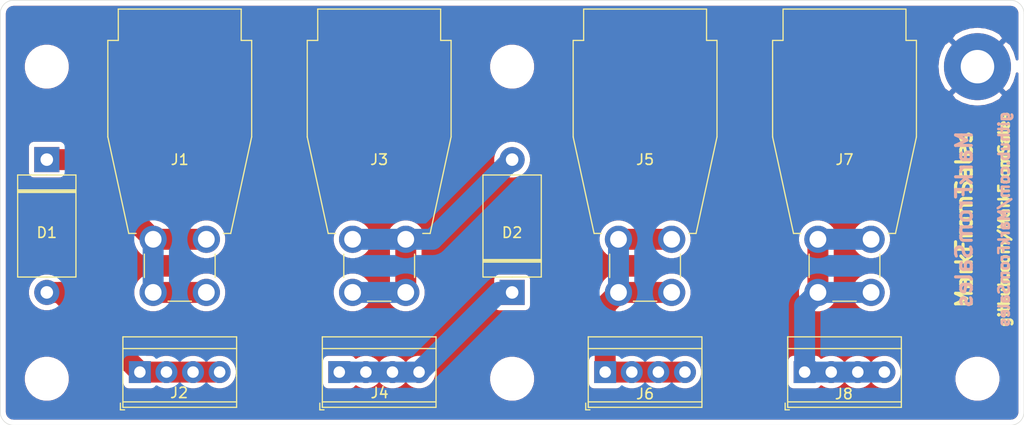
<source format=kicad_pcb>
(kicad_pcb (version 20171130) (host pcbnew "(5.1.5)-3")

  (general
    (thickness 1.6)
    (drawings 12)
    (tracks 36)
    (zones 0)
    (modules 16)
    (nets 8)
  )

  (page A4)
  (layers
    (0 F.Cu signal)
    (31 B.Cu signal)
    (32 B.Adhes user)
    (33 F.Adhes user)
    (34 B.Paste user)
    (35 F.Paste user)
    (36 B.SilkS user)
    (37 F.SilkS user)
    (38 B.Mask user)
    (39 F.Mask user)
    (40 Dwgs.User user)
    (41 Cmts.User user)
    (42 Eco1.User user)
    (43 Eco2.User user)
    (44 Edge.Cuts user)
    (45 Margin user)
    (46 B.CrtYd user)
    (47 F.CrtYd user)
    (48 B.Fab user hide)
    (49 F.Fab user hide)
  )

  (setup
    (last_trace_width 2)
    (user_trace_width 1)
    (user_trace_width 2)
    (user_trace_width 3)
    (user_trace_width 4)
    (trace_clearance 0.2)
    (zone_clearance 0.508)
    (zone_45_only no)
    (trace_min 0.2)
    (via_size 0.8)
    (via_drill 0.4)
    (via_min_size 0.4)
    (via_min_drill 0.3)
    (uvia_size 0.3)
    (uvia_drill 0.1)
    (uvias_allowed no)
    (uvia_min_size 0.2)
    (uvia_min_drill 0.1)
    (edge_width 0.05)
    (segment_width 0.2)
    (pcb_text_width 0.3)
    (pcb_text_size 1.5 1.5)
    (mod_edge_width 0.12)
    (mod_text_size 1 1)
    (mod_text_width 0.15)
    (pad_size 1.524 1.524)
    (pad_drill 0.762)
    (pad_to_mask_clearance 0.051)
    (solder_mask_min_width 0.25)
    (aux_axis_origin 0 0)
    (visible_elements FFFFFF7F)
    (pcbplotparams
      (layerselection 0x010fc_ffffffff)
      (usegerberextensions false)
      (usegerberattributes false)
      (usegerberadvancedattributes false)
      (creategerberjobfile false)
      (excludeedgelayer true)
      (linewidth 0.100000)
      (plotframeref false)
      (viasonmask false)
      (mode 1)
      (useauxorigin false)
      (hpglpennumber 1)
      (hpglpenspeed 20)
      (hpglpendiameter 15.000000)
      (psnegative false)
      (psa4output false)
      (plotreference true)
      (plotvalue true)
      (plotinvisibletext false)
      (padsonsilk false)
      (subtractmaskfromsilk false)
      (outputformat 1)
      (mirror false)
      (drillshape 0)
      (scaleselection 1)
      (outputdirectory "Gerbers/"))
  )

  (net 0 "")
  (net 1 "Net-(D1-Pad1)")
  (net 2 "Net-(D1-Pad2)")
  (net 3 "Net-(D2-Pad2)")
  (net 4 "Net-(D2-Pad1)")
  (net 5 "Net-(J5-Pad1)")
  (net 6 "Net-(J7-Pad1)")
  (net 7 Earth)

  (net_class Default "This is the default net class."
    (clearance 0.2)
    (trace_width 0.25)
    (via_dia 0.8)
    (via_drill 0.4)
    (uvia_dia 0.3)
    (uvia_drill 0.1)
    (add_net Earth)
    (add_net "Net-(D1-Pad1)")
    (add_net "Net-(D1-Pad2)")
    (add_net "Net-(D2-Pad1)")
    (add_net "Net-(D2-Pad2)")
    (add_net "Net-(J5-Pad1)")
    (add_net "Net-(J7-Pad1)")
  )

  (module Diode_THT:D_DO-27_P12.70mm_Horizontal (layer F.Cu) (tedit 5AE50CD5) (tstamp 5E9AD0D1)
    (at 101.6 72.39 270)
    (descr "Diode, DO-27 series, Axial, Horizontal, pin pitch=12.7mm, , length*diameter=9.52*5.33mm^2, , http://www.slottechforum.com/slotinfo/Techstuff/CD2%20Diodes%20and%20Transistors/Cases/Diode%20DO-27.jpg")
    (tags "Diode DO-27 series Axial Horizontal pin pitch 12.7mm  length 9.52mm diameter 5.33mm")
    (path /5E9B4F51)
    (fp_text reference D1 (at 6.985 0 180) (layer F.SilkS)
      (effects (font (size 1 1) (thickness 0.15)))
    )
    (fp_text value D (at 6.35 3.785 90) (layer F.Fab)
      (effects (font (size 1 1) (thickness 0.15)))
    )
    (fp_line (start 1.59 -2.665) (end 1.59 2.665) (layer F.Fab) (width 0.1))
    (fp_line (start 1.59 2.665) (end 11.11 2.665) (layer F.Fab) (width 0.1))
    (fp_line (start 11.11 2.665) (end 11.11 -2.665) (layer F.Fab) (width 0.1))
    (fp_line (start 11.11 -2.665) (end 1.59 -2.665) (layer F.Fab) (width 0.1))
    (fp_line (start 0 0) (end 1.59 0) (layer F.Fab) (width 0.1))
    (fp_line (start 12.7 0) (end 11.11 0) (layer F.Fab) (width 0.1))
    (fp_line (start 3.018 -2.665) (end 3.018 2.665) (layer F.Fab) (width 0.1))
    (fp_line (start 3.118 -2.665) (end 3.118 2.665) (layer F.Fab) (width 0.1))
    (fp_line (start 2.918 -2.665) (end 2.918 2.665) (layer F.Fab) (width 0.1))
    (fp_line (start 1.47 -2.785) (end 1.47 2.785) (layer F.SilkS) (width 0.12))
    (fp_line (start 1.47 2.785) (end 11.23 2.785) (layer F.SilkS) (width 0.12))
    (fp_line (start 11.23 2.785) (end 11.23 -2.785) (layer F.SilkS) (width 0.12))
    (fp_line (start 11.23 -2.785) (end 1.47 -2.785) (layer F.SilkS) (width 0.12))
    (fp_line (start 1.44 0) (end 1.47 0) (layer F.SilkS) (width 0.12))
    (fp_line (start 11.26 0) (end 11.23 0) (layer F.SilkS) (width 0.12))
    (fp_line (start 3.018 -2.785) (end 3.018 2.785) (layer F.SilkS) (width 0.12))
    (fp_line (start 3.138 -2.785) (end 3.138 2.785) (layer F.SilkS) (width 0.12))
    (fp_line (start 2.898 -2.785) (end 2.898 2.785) (layer F.SilkS) (width 0.12))
    (fp_line (start -1.45 -2.92) (end -1.45 2.92) (layer F.CrtYd) (width 0.05))
    (fp_line (start -1.45 2.92) (end 14.15 2.92) (layer F.CrtYd) (width 0.05))
    (fp_line (start 14.15 2.92) (end 14.15 -2.92) (layer F.CrtYd) (width 0.05))
    (fp_line (start 14.15 -2.92) (end -1.45 -2.92) (layer F.CrtYd) (width 0.05))
    (fp_text user %R (at 7.064 0 90) (layer F.Fab)
      (effects (font (size 1 1) (thickness 0.15)))
    )
    (fp_text user K (at 0 -2.2 90) (layer F.Fab)
      (effects (font (size 1 1) (thickness 0.15)))
    )
    (fp_text user K (at 0 -2.2 90) (layer F.SilkS) hide
      (effects (font (size 1 1) (thickness 0.15)))
    )
    (pad 1 thru_hole rect (at 0 0 270) (size 2.4 2.4) (drill 1.2) (layers *.Cu *.Mask)
      (net 1 "Net-(D1-Pad1)"))
    (pad 2 thru_hole oval (at 12.7 0 270) (size 2.4 2.4) (drill 1.2) (layers *.Cu *.Mask)
      (net 2 "Net-(D1-Pad2)"))
    (model ${KISYS3DMOD}/Diode_THT.3dshapes/D_DO-27_P12.70mm_Horizontal.wrl
      (at (xyz 0 0 0))
      (scale (xyz 1 1 1))
      (rotate (xyz 0 0 0))
    )
  )

  (module Diode_THT:D_DO-27_P12.70mm_Horizontal (layer F.Cu) (tedit 5AE50CD5) (tstamp 5E9AD305)
    (at 146.05 85.09 90)
    (descr "Diode, DO-27 series, Axial, Horizontal, pin pitch=12.7mm, , length*diameter=9.52*5.33mm^2, , http://www.slottechforum.com/slotinfo/Techstuff/CD2%20Diodes%20and%20Transistors/Cases/Diode%20DO-27.jpg")
    (tags "Diode DO-27 series Axial Horizontal pin pitch 12.7mm  length 9.52mm diameter 5.33mm")
    (path /5E9BB32B)
    (fp_text reference D2 (at 5.715 0 180) (layer F.SilkS)
      (effects (font (size 1 1) (thickness 0.15)))
    )
    (fp_text value D (at 6.35 3.785 90) (layer F.Fab)
      (effects (font (size 1 1) (thickness 0.15)))
    )
    (fp_text user K (at -3.175 0 180) (layer F.SilkS) hide
      (effects (font (size 1 1) (thickness 0.15)))
    )
    (fp_text user K (at 0 -2.2 90) (layer F.Fab)
      (effects (font (size 1 1) (thickness 0.15)))
    )
    (fp_text user %R (at 7.064 0 90) (layer F.Fab)
      (effects (font (size 1 1) (thickness 0.15)))
    )
    (fp_line (start 14.15 -2.92) (end -1.45 -2.92) (layer F.CrtYd) (width 0.05))
    (fp_line (start 14.15 2.92) (end 14.15 -2.92) (layer F.CrtYd) (width 0.05))
    (fp_line (start -1.45 2.92) (end 14.15 2.92) (layer F.CrtYd) (width 0.05))
    (fp_line (start -1.45 -2.92) (end -1.45 2.92) (layer F.CrtYd) (width 0.05))
    (fp_line (start 2.898 -2.785) (end 2.898 2.785) (layer F.SilkS) (width 0.12))
    (fp_line (start 3.138 -2.785) (end 3.138 2.785) (layer F.SilkS) (width 0.12))
    (fp_line (start 3.018 -2.785) (end 3.018 2.785) (layer F.SilkS) (width 0.12))
    (fp_line (start 11.26 0) (end 11.23 0) (layer F.SilkS) (width 0.12))
    (fp_line (start 1.44 0) (end 1.47 0) (layer F.SilkS) (width 0.12))
    (fp_line (start 11.23 -2.785) (end 1.47 -2.785) (layer F.SilkS) (width 0.12))
    (fp_line (start 11.23 2.785) (end 11.23 -2.785) (layer F.SilkS) (width 0.12))
    (fp_line (start 1.47 2.785) (end 11.23 2.785) (layer F.SilkS) (width 0.12))
    (fp_line (start 1.47 -2.785) (end 1.47 2.785) (layer F.SilkS) (width 0.12))
    (fp_line (start 2.918 -2.665) (end 2.918 2.665) (layer F.Fab) (width 0.1))
    (fp_line (start 3.118 -2.665) (end 3.118 2.665) (layer F.Fab) (width 0.1))
    (fp_line (start 3.018 -2.665) (end 3.018 2.665) (layer F.Fab) (width 0.1))
    (fp_line (start 12.7 0) (end 11.11 0) (layer F.Fab) (width 0.1))
    (fp_line (start 0 0) (end 1.59 0) (layer F.Fab) (width 0.1))
    (fp_line (start 11.11 -2.665) (end 1.59 -2.665) (layer F.Fab) (width 0.1))
    (fp_line (start 11.11 2.665) (end 11.11 -2.665) (layer F.Fab) (width 0.1))
    (fp_line (start 1.59 2.665) (end 11.11 2.665) (layer F.Fab) (width 0.1))
    (fp_line (start 1.59 -2.665) (end 1.59 2.665) (layer F.Fab) (width 0.1))
    (pad 2 thru_hole oval (at 12.7 0 90) (size 2.4 2.4) (drill 1.2) (layers *.Cu *.Mask)
      (net 3 "Net-(D2-Pad2)"))
    (pad 1 thru_hole rect (at 0 0 90) (size 2.4 2.4) (drill 1.2) (layers *.Cu *.Mask)
      (net 4 "Net-(D2-Pad1)"))
    (model ${KISYS3DMOD}/Diode_THT.3dshapes/D_DO-27_P12.70mm_Horizontal.wrl
      (at (xyz 0 0 0))
      (scale (xyz 1 1 1))
      (rotate (xyz 0 0 0))
    )
  )

  (module MountingHole:MountingHole_3.2mm_M3 (layer F.Cu) (tedit 56D1B4CB) (tstamp 5E9AB7E4)
    (at 101.6 63.5)
    (descr "Mounting Hole 3.2mm, no annular, M3")
    (tags "mounting hole 3.2mm no annular m3")
    (path /5E9CCA70)
    (attr virtual)
    (fp_text reference H1 (at 0 -4.2) (layer F.SilkS) hide
      (effects (font (size 1 1) (thickness 0.15)))
    )
    (fp_text value MountingHole (at 0 4.2) (layer F.Fab)
      (effects (font (size 1 1) (thickness 0.15)))
    )
    (fp_text user %R (at 0.3 0) (layer F.Fab)
      (effects (font (size 1 1) (thickness 0.15)))
    )
    (fp_circle (center 0 0) (end 3.2 0) (layer Cmts.User) (width 0.15))
    (fp_circle (center 0 0) (end 3.45 0) (layer F.CrtYd) (width 0.05))
    (pad 1 np_thru_hole circle (at 0 0) (size 3.2 3.2) (drill 3.2) (layers *.Cu *.Mask))
  )

  (module MountingHole:MountingHole_3.2mm_M3 (layer F.Cu) (tedit 56D1B4CB) (tstamp 5E9AB7EC)
    (at 101.6 93.345)
    (descr "Mounting Hole 3.2mm, no annular, M3")
    (tags "mounting hole 3.2mm no annular m3")
    (path /5E9CC7D2)
    (attr virtual)
    (fp_text reference H2 (at 0 -4.2) (layer F.SilkS) hide
      (effects (font (size 1 1) (thickness 0.15)))
    )
    (fp_text value MountingHole (at 0 4.2) (layer F.Fab)
      (effects (font (size 1 1) (thickness 0.15)))
    )
    (fp_circle (center 0 0) (end 3.45 0) (layer F.CrtYd) (width 0.05))
    (fp_circle (center 0 0) (end 3.2 0) (layer Cmts.User) (width 0.15))
    (fp_text user %R (at 0.3 0) (layer F.Fab)
      (effects (font (size 1 1) (thickness 0.15)))
    )
    (pad 1 np_thru_hole circle (at 0 0) (size 3.2 3.2) (drill 3.2) (layers *.Cu *.Mask))
  )

  (module MountingHole:MountingHole_3.2mm_M3 (layer F.Cu) (tedit 56D1B4CB) (tstamp 5E9AB7F4)
    (at 190.5 93.345)
    (descr "Mounting Hole 3.2mm, no annular, M3")
    (tags "mounting hole 3.2mm no annular m3")
    (path /5E9CBA59)
    (attr virtual)
    (fp_text reference H3 (at 0 -4.2) (layer F.SilkS) hide
      (effects (font (size 1 1) (thickness 0.15)))
    )
    (fp_text value MountingHole (at 0 4.2) (layer F.Fab)
      (effects (font (size 1 1) (thickness 0.15)))
    )
    (fp_text user %R (at 0.3 0) (layer F.Fab)
      (effects (font (size 1 1) (thickness 0.15)))
    )
    (fp_circle (center 0 0) (end 3.2 0) (layer Cmts.User) (width 0.15))
    (fp_circle (center 0 0) (end 3.45 0) (layer F.CrtYd) (width 0.05))
    (pad 1 np_thru_hole circle (at 0 0) (size 3.2 3.2) (drill 3.2) (layers *.Cu *.Mask))
  )

  (module MountingHole:MountingHole_3.2mm_M3_Pad (layer F.Cu) (tedit 56D1B4CB) (tstamp 5E9ADB7F)
    (at 190.5 63.5)
    (descr "Mounting Hole 3.2mm, M3")
    (tags "mounting hole 3.2mm m3")
    (path /5E9C83A4)
    (attr virtual)
    (fp_text reference H6 (at 0 -4.2) (layer F.SilkS) hide
      (effects (font (size 1 1) (thickness 0.15)))
    )
    (fp_text value MountingHole_Pad (at 0 4.2) (layer F.Fab)
      (effects (font (size 1 1) (thickness 0.15)))
    )
    (fp_text user %R (at 0.3 0) (layer F.Fab)
      (effects (font (size 1 1) (thickness 0.15)))
    )
    (fp_circle (center 0 0) (end 3.2 0) (layer Cmts.User) (width 0.15))
    (fp_circle (center 0 0) (end 3.45 0) (layer F.CrtYd) (width 0.05))
    (pad 1 thru_hole circle (at 0 0) (size 6.4 6.4) (drill 3.2) (layers *.Cu *.Mask)
      (net 7 Earth))
  )

  (module Connector:CalTest_CT3151 (layer F.Cu) (tedit 5BAA5155) (tstamp 5E9AD063)
    (at 116.84 80.01 270)
    (descr "Right-angle standard banana jack, http://www.caltestelectronics.com/images/attachments/P315100rH_drawing.pdf")
    (tags "banana jack horizontal")
    (path /5E9A62F2)
    (fp_text reference J1 (at -7.62 2.54 180) (layer F.SilkS)
      (effects (font (size 1 1) (thickness 0.15)))
    )
    (fp_text value Conn_01x01_Female (at 2.54 10.54 90) (layer F.Fab)
      (effects (font (size 1 1) (thickness 0.15)))
    )
    (fp_line (start 5.8 5.8) (end -0.68 5.8) (layer F.Fab) (width 0.1))
    (fp_line (start -0.68 5.8) (end -0.68 7.29) (layer F.Fab) (width 0.1))
    (fp_line (start -0.68 7.29) (end -9.79 9.29) (layer F.Fab) (width 0.1))
    (fp_line (start -9.79 9.29) (end -18.9 9.29) (layer F.Fab) (width 0.1))
    (fp_line (start -18.9 9.29) (end -18.9 8.29) (layer F.Fab) (width 0.1))
    (fp_line (start -18.9 8.29) (end -21.9 8.29) (layer F.Fab) (width 0.1))
    (fp_line (start -21.9 8.29) (end -21.9 -3.21) (layer F.Fab) (width 0.1))
    (fp_line (start -21.9 -3.21) (end -18.9 -3.21) (layer F.Fab) (width 0.1))
    (fp_line (start -18.9 -3.21) (end -18.9 -4.21) (layer F.Fab) (width 0.1))
    (fp_line (start -18.9 -4.21) (end -9.79 -4.21) (layer F.Fab) (width 0.1))
    (fp_line (start -9.79 -4.21) (end -0.68 -2.21) (layer F.Fab) (width 0.1))
    (fp_line (start -0.68 -2.21) (end -0.68 -0.72) (layer F.Fab) (width 0.1))
    (fp_line (start -0.68 -0.72) (end 5.8 -0.72) (layer F.Fab) (width 0.1))
    (fp_line (start 5.8 -0.72) (end 5.8 5.8) (layer F.Fab) (width 0.1))
    (fp_line (start 3.653 5.92) (end 1.417 5.92) (layer F.SilkS) (width 0.12))
    (fp_line (start -0.561 6.703) (end -0.561 7.41) (layer F.SilkS) (width 0.12))
    (fp_line (start -0.561 7.41) (end -9.79 9.41) (layer F.SilkS) (width 0.12))
    (fp_line (start -9.79 9.41) (end -19.02 9.41) (layer F.SilkS) (width 0.12))
    (fp_line (start -19.02 9.41) (end -19.02 8.41) (layer F.SilkS) (width 0.12))
    (fp_line (start -19.02 8.41) (end -22.02 8.41) (layer F.SilkS) (width 0.12))
    (fp_line (start -22.02 8.41) (end -22.02 -3.33) (layer F.SilkS) (width 0.12))
    (fp_line (start -22.02 -3.33) (end -19.02 -3.33) (layer F.SilkS) (width 0.12))
    (fp_line (start -19.02 -3.33) (end -19.02 -4.33) (layer F.SilkS) (width 0.12))
    (fp_line (start -19.02 -4.33) (end -9.79 -4.33) (layer F.SilkS) (width 0.12))
    (fp_line (start -9.79 -4.33) (end -0.561 -2.33) (layer F.SilkS) (width 0.12))
    (fp_line (start -0.561 -2.33) (end -0.561 -1.623) (layer F.SilkS) (width 0.12))
    (fp_line (start 1.417 -0.84) (end 3.652 -0.84) (layer F.SilkS) (width 0.12))
    (fp_line (start 5.92 1.425) (end 5.92 3.656) (layer F.SilkS) (width 0.12))
    (fp_line (start -22.4 -4.71) (end -22.4 9.79) (layer F.CrtYd) (width 0.05))
    (fp_line (start -22.4 9.79) (end 6.88 9.79) (layer F.CrtYd) (width 0.05))
    (fp_line (start 6.88 9.79) (end 6.88 -4.71) (layer F.CrtYd) (width 0.05))
    (fp_line (start 6.88 -4.71) (end -22.4 -4.71) (layer F.CrtYd) (width 0.05))
    (fp_text user %R (at 2.54 2.54 90) (layer F.Fab)
      (effects (font (size 1 1) (thickness 0.15)))
    )
    (pad 1 thru_hole circle (at 0 0 270) (size 2.6 2.6) (drill 1.6) (layers *.Cu *.Mask)
      (net 1 "Net-(D1-Pad1)"))
    (pad 1 thru_hole circle (at 0 5.08 270) (size 2.6 2.6) (drill 1.6) (layers *.Cu *.Mask)
      (net 1 "Net-(D1-Pad1)"))
    (pad 1 thru_hole circle (at 5.08 0 270) (size 2.6 2.6) (drill 1.6) (layers *.Cu *.Mask)
      (net 1 "Net-(D1-Pad1)"))
    (pad 1 thru_hole circle (at 5.08 5.08 270) (size 2.6 2.6) (drill 1.6) (layers *.Cu *.Mask)
      (net 1 "Net-(D1-Pad1)"))
    (model ${KISYS3DMOD}/Connector.3dshapes/CalTest_CT3151.wrl
      (at (xyz 0 0 0))
      (scale (xyz 1 1 1))
      (rotate (xyz 0 0 0))
    )
  )

  (module TerminalBlock_TE-Connectivity:TerminalBlock_TE_282834-4_1x04_P2.54mm_Horizontal (layer F.Cu) (tedit 5B1EC513) (tstamp 5E9ACFED)
    (at 110.49 92.71)
    (descr "Terminal Block TE 282834-4, 4 pins, pitch 2.54mm, size 10.620000000000001x6.5mm^2, drill diamater 1.1mm, pad diameter 2.1mm, see http://www.te.com/commerce/DocumentDelivery/DDEController?Action=showdoc&DocId=Customer+Drawing%7F282834%7FC1%7Fpdf%7FEnglish%7FENG_CD_282834_C1.pdf, script-generated using https://github.com/pointhi/kicad-footprint-generator/scripts/TerminalBlock_TE-Connectivity")
    (tags "THT Terminal Block TE 282834-4 pitch 2.54mm size 10.620000000000001x6.5mm^2 drill 1.1mm pad 2.1mm")
    (path /5E9B0DD6)
    (fp_text reference J2 (at 3.75 1.98) (layer F.SilkS)
      (effects (font (size 1 1) (thickness 0.15)))
    )
    (fp_text value Screw_Terminal_01x04 (at 3.81 4.37) (layer F.Fab)
      (effects (font (size 1 1) (thickness 0.15)))
    )
    (fp_circle (center 0 0) (end 1.1 0) (layer F.Fab) (width 0.1))
    (fp_circle (center 2.54 0) (end 3.64 0) (layer F.Fab) (width 0.1))
    (fp_circle (center 5.08 0) (end 6.18 0) (layer F.Fab) (width 0.1))
    (fp_circle (center 7.62 0) (end 8.72 0) (layer F.Fab) (width 0.1))
    (fp_line (start -1.5 -3.25) (end 9.12 -3.25) (layer F.Fab) (width 0.1))
    (fp_line (start 9.12 -3.25) (end 9.12 3.25) (layer F.Fab) (width 0.1))
    (fp_line (start 9.12 3.25) (end -1.1 3.25) (layer F.Fab) (width 0.1))
    (fp_line (start -1.1 3.25) (end -1.5 2.85) (layer F.Fab) (width 0.1))
    (fp_line (start -1.5 2.85) (end -1.5 -3.25) (layer F.Fab) (width 0.1))
    (fp_line (start -1.5 2.85) (end 9.12 2.85) (layer F.Fab) (width 0.1))
    (fp_line (start -1.62 2.85) (end 9.241 2.85) (layer F.SilkS) (width 0.12))
    (fp_line (start -1.5 -2.25) (end 9.12 -2.25) (layer F.Fab) (width 0.1))
    (fp_line (start -1.62 -2.25) (end 9.241 -2.25) (layer F.SilkS) (width 0.12))
    (fp_line (start -1.62 -3.37) (end 9.241 -3.37) (layer F.SilkS) (width 0.12))
    (fp_line (start -1.62 3.37) (end 9.241 3.37) (layer F.SilkS) (width 0.12))
    (fp_line (start -1.62 -3.37) (end -1.62 3.37) (layer F.SilkS) (width 0.12))
    (fp_line (start 9.241 -3.37) (end 9.241 3.37) (layer F.SilkS) (width 0.12))
    (fp_line (start 0.835 -0.7) (end -0.701 0.835) (layer F.Fab) (width 0.1))
    (fp_line (start 0.701 -0.835) (end -0.835 0.7) (layer F.Fab) (width 0.1))
    (fp_line (start 3.375 -0.7) (end 1.84 0.835) (layer F.Fab) (width 0.1))
    (fp_line (start 3.241 -0.835) (end 1.706 0.7) (layer F.Fab) (width 0.1))
    (fp_line (start 5.915 -0.7) (end 4.38 0.835) (layer F.Fab) (width 0.1))
    (fp_line (start 5.781 -0.835) (end 4.246 0.7) (layer F.Fab) (width 0.1))
    (fp_line (start 8.455 -0.7) (end 6.92 0.835) (layer F.Fab) (width 0.1))
    (fp_line (start 8.321 -0.835) (end 6.786 0.7) (layer F.Fab) (width 0.1))
    (fp_line (start -1.86 2.97) (end -1.86 3.61) (layer F.SilkS) (width 0.12))
    (fp_line (start -1.86 3.61) (end -1.46 3.61) (layer F.SilkS) (width 0.12))
    (fp_line (start -2 -3.75) (end -2 3.75) (layer F.CrtYd) (width 0.05))
    (fp_line (start -2 3.75) (end 9.63 3.75) (layer F.CrtYd) (width 0.05))
    (fp_line (start 9.63 3.75) (end 9.63 -3.75) (layer F.CrtYd) (width 0.05))
    (fp_line (start 9.63 -3.75) (end -2 -3.75) (layer F.CrtYd) (width 0.05))
    (fp_text user %R (at 3.81 2) (layer F.Fab)
      (effects (font (size 1 1) (thickness 0.15)))
    )
    (pad 1 thru_hole rect (at 0 0) (size 2.1 2.1) (drill 1.1) (layers *.Cu *.Mask)
      (net 2 "Net-(D1-Pad2)"))
    (pad 2 thru_hole circle (at 2.54 0) (size 2.1 2.1) (drill 1.1) (layers *.Cu *.Mask)
      (net 2 "Net-(D1-Pad2)"))
    (pad 3 thru_hole circle (at 5.08 0) (size 2.1 2.1) (drill 1.1) (layers *.Cu *.Mask)
      (net 2 "Net-(D1-Pad2)"))
    (pad 4 thru_hole circle (at 7.62 0) (size 2.1 2.1) (drill 1.1) (layers *.Cu *.Mask)
      (net 2 "Net-(D1-Pad2)"))
    (model ${KISYS3DMOD}/TerminalBlock_TE-Connectivity.3dshapes/TerminalBlock_TE_282834-4_1x04_P2.54mm_Horizontal.wrl
      (at (xyz 0 0 0))
      (scale (xyz 1 1 1))
      (rotate (xyz 0 0 0))
    )
  )

  (module Connector:CalTest_CT3151 (layer F.Cu) (tedit 5BAA5155) (tstamp 5E9AD297)
    (at 135.89 80.01 270)
    (descr "Right-angle standard banana jack, http://www.caltestelectronics.com/images/attachments/P315100rH_drawing.pdf")
    (tags "banana jack horizontal")
    (path /5E9BB317)
    (fp_text reference J3 (at -7.62 2.54 180) (layer F.SilkS)
      (effects (font (size 1 1) (thickness 0.15)))
    )
    (fp_text value Conn_01x01_Female (at 2.54 10.54 90) (layer F.Fab)
      (effects (font (size 1 1) (thickness 0.15)))
    )
    (fp_text user %R (at 2.54 2.54 90) (layer F.Fab)
      (effects (font (size 1 1) (thickness 0.15)))
    )
    (fp_line (start 6.88 -4.71) (end -22.4 -4.71) (layer F.CrtYd) (width 0.05))
    (fp_line (start 6.88 9.79) (end 6.88 -4.71) (layer F.CrtYd) (width 0.05))
    (fp_line (start -22.4 9.79) (end 6.88 9.79) (layer F.CrtYd) (width 0.05))
    (fp_line (start -22.4 -4.71) (end -22.4 9.79) (layer F.CrtYd) (width 0.05))
    (fp_line (start 5.92 1.425) (end 5.92 3.656) (layer F.SilkS) (width 0.12))
    (fp_line (start 1.417 -0.84) (end 3.652 -0.84) (layer F.SilkS) (width 0.12))
    (fp_line (start -0.561 -2.33) (end -0.561 -1.623) (layer F.SilkS) (width 0.12))
    (fp_line (start -9.79 -4.33) (end -0.561 -2.33) (layer F.SilkS) (width 0.12))
    (fp_line (start -19.02 -4.33) (end -9.79 -4.33) (layer F.SilkS) (width 0.12))
    (fp_line (start -19.02 -3.33) (end -19.02 -4.33) (layer F.SilkS) (width 0.12))
    (fp_line (start -22.02 -3.33) (end -19.02 -3.33) (layer F.SilkS) (width 0.12))
    (fp_line (start -22.02 8.41) (end -22.02 -3.33) (layer F.SilkS) (width 0.12))
    (fp_line (start -19.02 8.41) (end -22.02 8.41) (layer F.SilkS) (width 0.12))
    (fp_line (start -19.02 9.41) (end -19.02 8.41) (layer F.SilkS) (width 0.12))
    (fp_line (start -9.79 9.41) (end -19.02 9.41) (layer F.SilkS) (width 0.12))
    (fp_line (start -0.561 7.41) (end -9.79 9.41) (layer F.SilkS) (width 0.12))
    (fp_line (start -0.561 6.703) (end -0.561 7.41) (layer F.SilkS) (width 0.12))
    (fp_line (start 3.653 5.92) (end 1.417 5.92) (layer F.SilkS) (width 0.12))
    (fp_line (start 5.8 -0.72) (end 5.8 5.8) (layer F.Fab) (width 0.1))
    (fp_line (start -0.68 -0.72) (end 5.8 -0.72) (layer F.Fab) (width 0.1))
    (fp_line (start -0.68 -2.21) (end -0.68 -0.72) (layer F.Fab) (width 0.1))
    (fp_line (start -9.79 -4.21) (end -0.68 -2.21) (layer F.Fab) (width 0.1))
    (fp_line (start -18.9 -4.21) (end -9.79 -4.21) (layer F.Fab) (width 0.1))
    (fp_line (start -18.9 -3.21) (end -18.9 -4.21) (layer F.Fab) (width 0.1))
    (fp_line (start -21.9 -3.21) (end -18.9 -3.21) (layer F.Fab) (width 0.1))
    (fp_line (start -21.9 8.29) (end -21.9 -3.21) (layer F.Fab) (width 0.1))
    (fp_line (start -18.9 8.29) (end -21.9 8.29) (layer F.Fab) (width 0.1))
    (fp_line (start -18.9 9.29) (end -18.9 8.29) (layer F.Fab) (width 0.1))
    (fp_line (start -9.79 9.29) (end -18.9 9.29) (layer F.Fab) (width 0.1))
    (fp_line (start -0.68 7.29) (end -9.79 9.29) (layer F.Fab) (width 0.1))
    (fp_line (start -0.68 5.8) (end -0.68 7.29) (layer F.Fab) (width 0.1))
    (fp_line (start 5.8 5.8) (end -0.68 5.8) (layer F.Fab) (width 0.1))
    (pad 1 thru_hole circle (at 5.08 5.08 270) (size 2.6 2.6) (drill 1.6) (layers *.Cu *.Mask)
      (net 3 "Net-(D2-Pad2)"))
    (pad 1 thru_hole circle (at 5.08 0 270) (size 2.6 2.6) (drill 1.6) (layers *.Cu *.Mask)
      (net 3 "Net-(D2-Pad2)"))
    (pad 1 thru_hole circle (at 0 5.08 270) (size 2.6 2.6) (drill 1.6) (layers *.Cu *.Mask)
      (net 3 "Net-(D2-Pad2)"))
    (pad 1 thru_hole circle (at 0 0 270) (size 2.6 2.6) (drill 1.6) (layers *.Cu *.Mask)
      (net 3 "Net-(D2-Pad2)"))
    (model ${KISYS3DMOD}/Connector.3dshapes/CalTest_CT3151.wrl
      (at (xyz 0 0 0))
      (scale (xyz 1 1 1))
      (rotate (xyz 0 0 0))
    )
  )

  (module TerminalBlock_TE-Connectivity:TerminalBlock_TE_282834-4_1x04_P2.54mm_Horizontal (layer F.Cu) (tedit 5B1EC513) (tstamp 5E9AD221)
    (at 129.54 92.71)
    (descr "Terminal Block TE 282834-4, 4 pins, pitch 2.54mm, size 10.620000000000001x6.5mm^2, drill diamater 1.1mm, pad diameter 2.1mm, see http://www.te.com/commerce/DocumentDelivery/DDEController?Action=showdoc&DocId=Customer+Drawing%7F282834%7FC1%7Fpdf%7FEnglish%7FENG_CD_282834_C1.pdf, script-generated using https://github.com/pointhi/kicad-footprint-generator/scripts/TerminalBlock_TE-Connectivity")
    (tags "THT Terminal Block TE 282834-4 pitch 2.54mm size 10.620000000000001x6.5mm^2 drill 1.1mm pad 2.1mm")
    (path /5E9BB321)
    (fp_text reference J4 (at 3.85 1.99) (layer F.SilkS)
      (effects (font (size 1 1) (thickness 0.15)))
    )
    (fp_text value Screw_Terminal_01x04 (at 3.81 4.37) (layer F.Fab)
      (effects (font (size 1 1) (thickness 0.15)))
    )
    (fp_text user %R (at 3.81 2) (layer F.Fab)
      (effects (font (size 1 1) (thickness 0.15)))
    )
    (fp_line (start 9.63 -3.75) (end -2 -3.75) (layer F.CrtYd) (width 0.05))
    (fp_line (start 9.63 3.75) (end 9.63 -3.75) (layer F.CrtYd) (width 0.05))
    (fp_line (start -2 3.75) (end 9.63 3.75) (layer F.CrtYd) (width 0.05))
    (fp_line (start -2 -3.75) (end -2 3.75) (layer F.CrtYd) (width 0.05))
    (fp_line (start -1.86 3.61) (end -1.46 3.61) (layer F.SilkS) (width 0.12))
    (fp_line (start -1.86 2.97) (end -1.86 3.61) (layer F.SilkS) (width 0.12))
    (fp_line (start 8.321 -0.835) (end 6.786 0.7) (layer F.Fab) (width 0.1))
    (fp_line (start 8.455 -0.7) (end 6.92 0.835) (layer F.Fab) (width 0.1))
    (fp_line (start 5.781 -0.835) (end 4.246 0.7) (layer F.Fab) (width 0.1))
    (fp_line (start 5.915 -0.7) (end 4.38 0.835) (layer F.Fab) (width 0.1))
    (fp_line (start 3.241 -0.835) (end 1.706 0.7) (layer F.Fab) (width 0.1))
    (fp_line (start 3.375 -0.7) (end 1.84 0.835) (layer F.Fab) (width 0.1))
    (fp_line (start 0.701 -0.835) (end -0.835 0.7) (layer F.Fab) (width 0.1))
    (fp_line (start 0.835 -0.7) (end -0.701 0.835) (layer F.Fab) (width 0.1))
    (fp_line (start 9.241 -3.37) (end 9.241 3.37) (layer F.SilkS) (width 0.12))
    (fp_line (start -1.62 -3.37) (end -1.62 3.37) (layer F.SilkS) (width 0.12))
    (fp_line (start -1.62 3.37) (end 9.241 3.37) (layer F.SilkS) (width 0.12))
    (fp_line (start -1.62 -3.37) (end 9.241 -3.37) (layer F.SilkS) (width 0.12))
    (fp_line (start -1.62 -2.25) (end 9.241 -2.25) (layer F.SilkS) (width 0.12))
    (fp_line (start -1.5 -2.25) (end 9.12 -2.25) (layer F.Fab) (width 0.1))
    (fp_line (start -1.62 2.85) (end 9.241 2.85) (layer F.SilkS) (width 0.12))
    (fp_line (start -1.5 2.85) (end 9.12 2.85) (layer F.Fab) (width 0.1))
    (fp_line (start -1.5 2.85) (end -1.5 -3.25) (layer F.Fab) (width 0.1))
    (fp_line (start -1.1 3.25) (end -1.5 2.85) (layer F.Fab) (width 0.1))
    (fp_line (start 9.12 3.25) (end -1.1 3.25) (layer F.Fab) (width 0.1))
    (fp_line (start 9.12 -3.25) (end 9.12 3.25) (layer F.Fab) (width 0.1))
    (fp_line (start -1.5 -3.25) (end 9.12 -3.25) (layer F.Fab) (width 0.1))
    (fp_circle (center 7.62 0) (end 8.72 0) (layer F.Fab) (width 0.1))
    (fp_circle (center 5.08 0) (end 6.18 0) (layer F.Fab) (width 0.1))
    (fp_circle (center 2.54 0) (end 3.64 0) (layer F.Fab) (width 0.1))
    (fp_circle (center 0 0) (end 1.1 0) (layer F.Fab) (width 0.1))
    (pad 4 thru_hole circle (at 7.62 0) (size 2.1 2.1) (drill 1.1) (layers *.Cu *.Mask)
      (net 4 "Net-(D2-Pad1)"))
    (pad 3 thru_hole circle (at 5.08 0) (size 2.1 2.1) (drill 1.1) (layers *.Cu *.Mask)
      (net 4 "Net-(D2-Pad1)"))
    (pad 2 thru_hole circle (at 2.54 0) (size 2.1 2.1) (drill 1.1) (layers *.Cu *.Mask)
      (net 4 "Net-(D2-Pad1)"))
    (pad 1 thru_hole rect (at 0 0) (size 2.1 2.1) (drill 1.1) (layers *.Cu *.Mask)
      (net 4 "Net-(D2-Pad1)"))
    (model ${KISYS3DMOD}/TerminalBlock_TE-Connectivity.3dshapes/TerminalBlock_TE_282834-4_1x04_P2.54mm_Horizontal.wrl
      (at (xyz 0 0 0))
      (scale (xyz 1 1 1))
      (rotate (xyz 0 0 0))
    )
  )

  (module Connector:CalTest_CT3151 (layer F.Cu) (tedit 5BAA5155) (tstamp 5E9AD135)
    (at 161.29 80.01 270)
    (descr "Right-angle standard banana jack, http://www.caltestelectronics.com/images/attachments/P315100rH_drawing.pdf")
    (tags "banana jack horizontal")
    (path /5E9BE559)
    (fp_text reference J5 (at -7.62 2.54 180) (layer F.SilkS)
      (effects (font (size 1 1) (thickness 0.15)))
    )
    (fp_text value Conn_01x01_Female (at 2.54 10.54 90) (layer F.Fab)
      (effects (font (size 1 1) (thickness 0.15)))
    )
    (fp_line (start 5.8 5.8) (end -0.68 5.8) (layer F.Fab) (width 0.1))
    (fp_line (start -0.68 5.8) (end -0.68 7.29) (layer F.Fab) (width 0.1))
    (fp_line (start -0.68 7.29) (end -9.79 9.29) (layer F.Fab) (width 0.1))
    (fp_line (start -9.79 9.29) (end -18.9 9.29) (layer F.Fab) (width 0.1))
    (fp_line (start -18.9 9.29) (end -18.9 8.29) (layer F.Fab) (width 0.1))
    (fp_line (start -18.9 8.29) (end -21.9 8.29) (layer F.Fab) (width 0.1))
    (fp_line (start -21.9 8.29) (end -21.9 -3.21) (layer F.Fab) (width 0.1))
    (fp_line (start -21.9 -3.21) (end -18.9 -3.21) (layer F.Fab) (width 0.1))
    (fp_line (start -18.9 -3.21) (end -18.9 -4.21) (layer F.Fab) (width 0.1))
    (fp_line (start -18.9 -4.21) (end -9.79 -4.21) (layer F.Fab) (width 0.1))
    (fp_line (start -9.79 -4.21) (end -0.68 -2.21) (layer F.Fab) (width 0.1))
    (fp_line (start -0.68 -2.21) (end -0.68 -0.72) (layer F.Fab) (width 0.1))
    (fp_line (start -0.68 -0.72) (end 5.8 -0.72) (layer F.Fab) (width 0.1))
    (fp_line (start 5.8 -0.72) (end 5.8 5.8) (layer F.Fab) (width 0.1))
    (fp_line (start 3.653 5.92) (end 1.417 5.92) (layer F.SilkS) (width 0.12))
    (fp_line (start -0.561 6.703) (end -0.561 7.41) (layer F.SilkS) (width 0.12))
    (fp_line (start -0.561 7.41) (end -9.79 9.41) (layer F.SilkS) (width 0.12))
    (fp_line (start -9.79 9.41) (end -19.02 9.41) (layer F.SilkS) (width 0.12))
    (fp_line (start -19.02 9.41) (end -19.02 8.41) (layer F.SilkS) (width 0.12))
    (fp_line (start -19.02 8.41) (end -22.02 8.41) (layer F.SilkS) (width 0.12))
    (fp_line (start -22.02 8.41) (end -22.02 -3.33) (layer F.SilkS) (width 0.12))
    (fp_line (start -22.02 -3.33) (end -19.02 -3.33) (layer F.SilkS) (width 0.12))
    (fp_line (start -19.02 -3.33) (end -19.02 -4.33) (layer F.SilkS) (width 0.12))
    (fp_line (start -19.02 -4.33) (end -9.79 -4.33) (layer F.SilkS) (width 0.12))
    (fp_line (start -9.79 -4.33) (end -0.561 -2.33) (layer F.SilkS) (width 0.12))
    (fp_line (start -0.561 -2.33) (end -0.561 -1.623) (layer F.SilkS) (width 0.12))
    (fp_line (start 1.417 -0.84) (end 3.652 -0.84) (layer F.SilkS) (width 0.12))
    (fp_line (start 5.92 1.425) (end 5.92 3.656) (layer F.SilkS) (width 0.12))
    (fp_line (start -22.4 -4.71) (end -22.4 9.79) (layer F.CrtYd) (width 0.05))
    (fp_line (start -22.4 9.79) (end 6.88 9.79) (layer F.CrtYd) (width 0.05))
    (fp_line (start 6.88 9.79) (end 6.88 -4.71) (layer F.CrtYd) (width 0.05))
    (fp_line (start 6.88 -4.71) (end -22.4 -4.71) (layer F.CrtYd) (width 0.05))
    (fp_text user %R (at 2.54 2.54 90) (layer F.Fab)
      (effects (font (size 1 1) (thickness 0.15)))
    )
    (pad 1 thru_hole circle (at 0 0 270) (size 2.6 2.6) (drill 1.6) (layers *.Cu *.Mask)
      (net 5 "Net-(J5-Pad1)"))
    (pad 1 thru_hole circle (at 0 5.08 270) (size 2.6 2.6) (drill 1.6) (layers *.Cu *.Mask)
      (net 5 "Net-(J5-Pad1)"))
    (pad 1 thru_hole circle (at 5.08 0 270) (size 2.6 2.6) (drill 1.6) (layers *.Cu *.Mask)
      (net 5 "Net-(J5-Pad1)"))
    (pad 1 thru_hole circle (at 5.08 5.08 270) (size 2.6 2.6) (drill 1.6) (layers *.Cu *.Mask)
      (net 5 "Net-(J5-Pad1)"))
    (model ${KISYS3DMOD}/Connector.3dshapes/CalTest_CT3151.wrl
      (at (xyz 0 0 0))
      (scale (xyz 1 1 1))
      (rotate (xyz 0 0 0))
    )
  )

  (module TerminalBlock_TE-Connectivity:TerminalBlock_TE_282834-4_1x04_P2.54mm_Horizontal (layer F.Cu) (tedit 5B1EC513) (tstamp 5E9ACF78)
    (at 154.94 92.71)
    (descr "Terminal Block TE 282834-4, 4 pins, pitch 2.54mm, size 10.620000000000001x6.5mm^2, drill diamater 1.1mm, pad diameter 2.1mm, see http://www.te.com/commerce/DocumentDelivery/DDEController?Action=showdoc&DocId=Customer+Drawing%7F282834%7FC1%7Fpdf%7FEnglish%7FENG_CD_282834_C1.pdf, script-generated using https://github.com/pointhi/kicad-footprint-generator/scripts/TerminalBlock_TE-Connectivity")
    (tags "THT Terminal Block TE 282834-4 pitch 2.54mm size 10.620000000000001x6.5mm^2 drill 1.1mm pad 2.1mm")
    (path /5E9BE563)
    (fp_text reference J6 (at 3.81 2.09) (layer F.SilkS)
      (effects (font (size 1 1) (thickness 0.15)))
    )
    (fp_text value Screw_Terminal_01x04 (at 3.81 4.37) (layer F.Fab)
      (effects (font (size 1 1) (thickness 0.15)))
    )
    (fp_circle (center 0 0) (end 1.1 0) (layer F.Fab) (width 0.1))
    (fp_circle (center 2.54 0) (end 3.64 0) (layer F.Fab) (width 0.1))
    (fp_circle (center 5.08 0) (end 6.18 0) (layer F.Fab) (width 0.1))
    (fp_circle (center 7.62 0) (end 8.72 0) (layer F.Fab) (width 0.1))
    (fp_line (start -1.5 -3.25) (end 9.12 -3.25) (layer F.Fab) (width 0.1))
    (fp_line (start 9.12 -3.25) (end 9.12 3.25) (layer F.Fab) (width 0.1))
    (fp_line (start 9.12 3.25) (end -1.1 3.25) (layer F.Fab) (width 0.1))
    (fp_line (start -1.1 3.25) (end -1.5 2.85) (layer F.Fab) (width 0.1))
    (fp_line (start -1.5 2.85) (end -1.5 -3.25) (layer F.Fab) (width 0.1))
    (fp_line (start -1.5 2.85) (end 9.12 2.85) (layer F.Fab) (width 0.1))
    (fp_line (start -1.62 2.85) (end 9.241 2.85) (layer F.SilkS) (width 0.12))
    (fp_line (start -1.5 -2.25) (end 9.12 -2.25) (layer F.Fab) (width 0.1))
    (fp_line (start -1.62 -2.25) (end 9.241 -2.25) (layer F.SilkS) (width 0.12))
    (fp_line (start -1.62 -3.37) (end 9.241 -3.37) (layer F.SilkS) (width 0.12))
    (fp_line (start -1.62 3.37) (end 9.241 3.37) (layer F.SilkS) (width 0.12))
    (fp_line (start -1.62 -3.37) (end -1.62 3.37) (layer F.SilkS) (width 0.12))
    (fp_line (start 9.241 -3.37) (end 9.241 3.37) (layer F.SilkS) (width 0.12))
    (fp_line (start 0.835 -0.7) (end -0.701 0.835) (layer F.Fab) (width 0.1))
    (fp_line (start 0.701 -0.835) (end -0.835 0.7) (layer F.Fab) (width 0.1))
    (fp_line (start 3.375 -0.7) (end 1.84 0.835) (layer F.Fab) (width 0.1))
    (fp_line (start 3.241 -0.835) (end 1.706 0.7) (layer F.Fab) (width 0.1))
    (fp_line (start 5.915 -0.7) (end 4.38 0.835) (layer F.Fab) (width 0.1))
    (fp_line (start 5.781 -0.835) (end 4.246 0.7) (layer F.Fab) (width 0.1))
    (fp_line (start 8.455 -0.7) (end 6.92 0.835) (layer F.Fab) (width 0.1))
    (fp_line (start 8.321 -0.835) (end 6.786 0.7) (layer F.Fab) (width 0.1))
    (fp_line (start -1.86 2.97) (end -1.86 3.61) (layer F.SilkS) (width 0.12))
    (fp_line (start -1.86 3.61) (end -1.46 3.61) (layer F.SilkS) (width 0.12))
    (fp_line (start -2 -3.75) (end -2 3.75) (layer F.CrtYd) (width 0.05))
    (fp_line (start -2 3.75) (end 9.63 3.75) (layer F.CrtYd) (width 0.05))
    (fp_line (start 9.63 3.75) (end 9.63 -3.75) (layer F.CrtYd) (width 0.05))
    (fp_line (start 9.63 -3.75) (end -2 -3.75) (layer F.CrtYd) (width 0.05))
    (fp_text user %R (at 3.81 2) (layer F.Fab)
      (effects (font (size 1 1) (thickness 0.15)))
    )
    (pad 1 thru_hole rect (at 0 0) (size 2.1 2.1) (drill 1.1) (layers *.Cu *.Mask)
      (net 5 "Net-(J5-Pad1)"))
    (pad 2 thru_hole circle (at 2.54 0) (size 2.1 2.1) (drill 1.1) (layers *.Cu *.Mask)
      (net 5 "Net-(J5-Pad1)"))
    (pad 3 thru_hole circle (at 5.08 0) (size 2.1 2.1) (drill 1.1) (layers *.Cu *.Mask)
      (net 5 "Net-(J5-Pad1)"))
    (pad 4 thru_hole circle (at 7.62 0) (size 2.1 2.1) (drill 1.1) (layers *.Cu *.Mask)
      (net 5 "Net-(J5-Pad1)"))
    (model ${KISYS3DMOD}/TerminalBlock_TE-Connectivity.3dshapes/TerminalBlock_TE_282834-4_1x04_P2.54mm_Horizontal.wrl
      (at (xyz 0 0 0))
      (scale (xyz 1 1 1))
      (rotate (xyz 0 0 0))
    )
  )

  (module Connector:CalTest_CT3151 (layer F.Cu) (tedit 5BAA5155) (tstamp 5E9AD369)
    (at 180.34 80.01 270)
    (descr "Right-angle standard banana jack, http://www.caltestelectronics.com/images/attachments/P315100rH_drawing.pdf")
    (tags "banana jack horizontal")
    (path /5E9C0F58)
    (fp_text reference J7 (at -7.62 2.54 180) (layer F.SilkS)
      (effects (font (size 1 1) (thickness 0.15)))
    )
    (fp_text value Conn_01x01_Female (at 2.54 10.54 90) (layer F.Fab)
      (effects (font (size 1 1) (thickness 0.15)))
    )
    (fp_text user %R (at 2.54 2.54 90) (layer F.Fab)
      (effects (font (size 1 1) (thickness 0.15)))
    )
    (fp_line (start 6.88 -4.71) (end -22.4 -4.71) (layer F.CrtYd) (width 0.05))
    (fp_line (start 6.88 9.79) (end 6.88 -4.71) (layer F.CrtYd) (width 0.05))
    (fp_line (start -22.4 9.79) (end 6.88 9.79) (layer F.CrtYd) (width 0.05))
    (fp_line (start -22.4 -4.71) (end -22.4 9.79) (layer F.CrtYd) (width 0.05))
    (fp_line (start 5.92 1.425) (end 5.92 3.656) (layer F.SilkS) (width 0.12))
    (fp_line (start 1.417 -0.84) (end 3.652 -0.84) (layer F.SilkS) (width 0.12))
    (fp_line (start -0.561 -2.33) (end -0.561 -1.623) (layer F.SilkS) (width 0.12))
    (fp_line (start -9.79 -4.33) (end -0.561 -2.33) (layer F.SilkS) (width 0.12))
    (fp_line (start -19.02 -4.33) (end -9.79 -4.33) (layer F.SilkS) (width 0.12))
    (fp_line (start -19.02 -3.33) (end -19.02 -4.33) (layer F.SilkS) (width 0.12))
    (fp_line (start -22.02 -3.33) (end -19.02 -3.33) (layer F.SilkS) (width 0.12))
    (fp_line (start -22.02 8.41) (end -22.02 -3.33) (layer F.SilkS) (width 0.12))
    (fp_line (start -19.02 8.41) (end -22.02 8.41) (layer F.SilkS) (width 0.12))
    (fp_line (start -19.02 9.41) (end -19.02 8.41) (layer F.SilkS) (width 0.12))
    (fp_line (start -9.79 9.41) (end -19.02 9.41) (layer F.SilkS) (width 0.12))
    (fp_line (start -0.561 7.41) (end -9.79 9.41) (layer F.SilkS) (width 0.12))
    (fp_line (start -0.561 6.703) (end -0.561 7.41) (layer F.SilkS) (width 0.12))
    (fp_line (start 3.653 5.92) (end 1.417 5.92) (layer F.SilkS) (width 0.12))
    (fp_line (start 5.8 -0.72) (end 5.8 5.8) (layer F.Fab) (width 0.1))
    (fp_line (start -0.68 -0.72) (end 5.8 -0.72) (layer F.Fab) (width 0.1))
    (fp_line (start -0.68 -2.21) (end -0.68 -0.72) (layer F.Fab) (width 0.1))
    (fp_line (start -9.79 -4.21) (end -0.68 -2.21) (layer F.Fab) (width 0.1))
    (fp_line (start -18.9 -4.21) (end -9.79 -4.21) (layer F.Fab) (width 0.1))
    (fp_line (start -18.9 -3.21) (end -18.9 -4.21) (layer F.Fab) (width 0.1))
    (fp_line (start -21.9 -3.21) (end -18.9 -3.21) (layer F.Fab) (width 0.1))
    (fp_line (start -21.9 8.29) (end -21.9 -3.21) (layer F.Fab) (width 0.1))
    (fp_line (start -18.9 8.29) (end -21.9 8.29) (layer F.Fab) (width 0.1))
    (fp_line (start -18.9 9.29) (end -18.9 8.29) (layer F.Fab) (width 0.1))
    (fp_line (start -9.79 9.29) (end -18.9 9.29) (layer F.Fab) (width 0.1))
    (fp_line (start -0.68 7.29) (end -9.79 9.29) (layer F.Fab) (width 0.1))
    (fp_line (start -0.68 5.8) (end -0.68 7.29) (layer F.Fab) (width 0.1))
    (fp_line (start 5.8 5.8) (end -0.68 5.8) (layer F.Fab) (width 0.1))
    (pad 1 thru_hole circle (at 5.08 5.08 270) (size 2.6 2.6) (drill 1.6) (layers *.Cu *.Mask)
      (net 6 "Net-(J7-Pad1)"))
    (pad 1 thru_hole circle (at 5.08 0 270) (size 2.6 2.6) (drill 1.6) (layers *.Cu *.Mask)
      (net 6 "Net-(J7-Pad1)"))
    (pad 1 thru_hole circle (at 0 5.08 270) (size 2.6 2.6) (drill 1.6) (layers *.Cu *.Mask)
      (net 6 "Net-(J7-Pad1)"))
    (pad 1 thru_hole circle (at 0 0 270) (size 2.6 2.6) (drill 1.6) (layers *.Cu *.Mask)
      (net 6 "Net-(J7-Pad1)"))
    (model ${KISYS3DMOD}/Connector.3dshapes/CalTest_CT3151.wrl
      (at (xyz 0 0 0))
      (scale (xyz 1 1 1))
      (rotate (xyz 0 0 0))
    )
  )

  (module TerminalBlock_TE-Connectivity:TerminalBlock_TE_282834-4_1x04_P2.54mm_Horizontal (layer F.Cu) (tedit 5B1EC513) (tstamp 5E9AD1AC)
    (at 173.99 92.71)
    (descr "Terminal Block TE 282834-4, 4 pins, pitch 2.54mm, size 10.620000000000001x6.5mm^2, drill diamater 1.1mm, pad diameter 2.1mm, see http://www.te.com/commerce/DocumentDelivery/DDEController?Action=showdoc&DocId=Customer+Drawing%7F282834%7FC1%7Fpdf%7FEnglish%7FENG_CD_282834_C1.pdf, script-generated using https://github.com/pointhi/kicad-footprint-generator/scripts/TerminalBlock_TE-Connectivity")
    (tags "THT Terminal Block TE 282834-4 pitch 2.54mm size 10.620000000000001x6.5mm^2 drill 1.1mm pad 2.1mm")
    (path /5E9C0F62)
    (fp_text reference J8 (at 3.75 2.09) (layer F.SilkS)
      (effects (font (size 1 1) (thickness 0.15)))
    )
    (fp_text value Screw_Terminal_01x04 (at 3.81 4.37) (layer F.Fab)
      (effects (font (size 1 1) (thickness 0.15)))
    )
    (fp_circle (center 0 0) (end 1.1 0) (layer F.Fab) (width 0.1))
    (fp_circle (center 2.54 0) (end 3.64 0) (layer F.Fab) (width 0.1))
    (fp_circle (center 5.08 0) (end 6.18 0) (layer F.Fab) (width 0.1))
    (fp_circle (center 7.62 0) (end 8.72 0) (layer F.Fab) (width 0.1))
    (fp_line (start -1.5 -3.25) (end 9.12 -3.25) (layer F.Fab) (width 0.1))
    (fp_line (start 9.12 -3.25) (end 9.12 3.25) (layer F.Fab) (width 0.1))
    (fp_line (start 9.12 3.25) (end -1.1 3.25) (layer F.Fab) (width 0.1))
    (fp_line (start -1.1 3.25) (end -1.5 2.85) (layer F.Fab) (width 0.1))
    (fp_line (start -1.5 2.85) (end -1.5 -3.25) (layer F.Fab) (width 0.1))
    (fp_line (start -1.5 2.85) (end 9.12 2.85) (layer F.Fab) (width 0.1))
    (fp_line (start -1.62 2.85) (end 9.241 2.85) (layer F.SilkS) (width 0.12))
    (fp_line (start -1.5 -2.25) (end 9.12 -2.25) (layer F.Fab) (width 0.1))
    (fp_line (start -1.62 -2.25) (end 9.241 -2.25) (layer F.SilkS) (width 0.12))
    (fp_line (start -1.62 -3.37) (end 9.241 -3.37) (layer F.SilkS) (width 0.12))
    (fp_line (start -1.62 3.37) (end 9.241 3.37) (layer F.SilkS) (width 0.12))
    (fp_line (start -1.62 -3.37) (end -1.62 3.37) (layer F.SilkS) (width 0.12))
    (fp_line (start 9.241 -3.37) (end 9.241 3.37) (layer F.SilkS) (width 0.12))
    (fp_line (start 0.835 -0.7) (end -0.701 0.835) (layer F.Fab) (width 0.1))
    (fp_line (start 0.701 -0.835) (end -0.835 0.7) (layer F.Fab) (width 0.1))
    (fp_line (start 3.375 -0.7) (end 1.84 0.835) (layer F.Fab) (width 0.1))
    (fp_line (start 3.241 -0.835) (end 1.706 0.7) (layer F.Fab) (width 0.1))
    (fp_line (start 5.915 -0.7) (end 4.38 0.835) (layer F.Fab) (width 0.1))
    (fp_line (start 5.781 -0.835) (end 4.246 0.7) (layer F.Fab) (width 0.1))
    (fp_line (start 8.455 -0.7) (end 6.92 0.835) (layer F.Fab) (width 0.1))
    (fp_line (start 8.321 -0.835) (end 6.786 0.7) (layer F.Fab) (width 0.1))
    (fp_line (start -1.86 2.97) (end -1.86 3.61) (layer F.SilkS) (width 0.12))
    (fp_line (start -1.86 3.61) (end -1.46 3.61) (layer F.SilkS) (width 0.12))
    (fp_line (start -2 -3.75) (end -2 3.75) (layer F.CrtYd) (width 0.05))
    (fp_line (start -2 3.75) (end 9.63 3.75) (layer F.CrtYd) (width 0.05))
    (fp_line (start 9.63 3.75) (end 9.63 -3.75) (layer F.CrtYd) (width 0.05))
    (fp_line (start 9.63 -3.75) (end -2 -3.75) (layer F.CrtYd) (width 0.05))
    (fp_text user %R (at 3.81 2) (layer F.Fab)
      (effects (font (size 1 1) (thickness 0.15)))
    )
    (pad 1 thru_hole rect (at 0 0) (size 2.1 2.1) (drill 1.1) (layers *.Cu *.Mask)
      (net 6 "Net-(J7-Pad1)"))
    (pad 2 thru_hole circle (at 2.54 0) (size 2.1 2.1) (drill 1.1) (layers *.Cu *.Mask)
      (net 6 "Net-(J7-Pad1)"))
    (pad 3 thru_hole circle (at 5.08 0) (size 2.1 2.1) (drill 1.1) (layers *.Cu *.Mask)
      (net 6 "Net-(J7-Pad1)"))
    (pad 4 thru_hole circle (at 7.62 0) (size 2.1 2.1) (drill 1.1) (layers *.Cu *.Mask)
      (net 6 "Net-(J7-Pad1)"))
    (model ${KISYS3DMOD}/TerminalBlock_TE-Connectivity.3dshapes/TerminalBlock_TE_282834-4_1x04_P2.54mm_Horizontal.wrl
      (at (xyz 0 0 0))
      (scale (xyz 1 1 1))
      (rotate (xyz 0 0 0))
    )
  )

  (module MountingHole:MountingHole_3.2mm_M3 (layer F.Cu) (tedit 56D1B4CB) (tstamp 5E9AD576)
    (at 146.05 93.345)
    (descr "Mounting Hole 3.2mm, no annular, M3")
    (tags "mounting hole 3.2mm no annular m3")
    (path /5E9D622B)
    (attr virtual)
    (fp_text reference H4 (at 0 -4.2) (layer F.SilkS) hide
      (effects (font (size 1 1) (thickness 0.15)))
    )
    (fp_text value MountingHole (at 0 4.2) (layer F.Fab)
      (effects (font (size 1 1) (thickness 0.15)))
    )
    (fp_text user %R (at 0.3 0) (layer F.Fab)
      (effects (font (size 1 1) (thickness 0.15)))
    )
    (fp_circle (center 0 0) (end 3.2 0) (layer Cmts.User) (width 0.15))
    (fp_circle (center 0 0) (end 3.45 0) (layer F.CrtYd) (width 0.05))
    (pad 1 np_thru_hole circle (at 0 0) (size 3.2 3.2) (drill 3.2) (layers *.Cu *.Mask))
  )

  (module MountingHole:MountingHole_3.2mm_M3 (layer F.Cu) (tedit 56D1B4CB) (tstamp 5E9ADB3C)
    (at 146.05 63.5)
    (descr "Mounting Hole 3.2mm, no annular, M3")
    (tags "mounting hole 3.2mm no annular m3")
    (path /5E9D6433)
    (attr virtual)
    (fp_text reference H5 (at 0 -4.2) (layer F.SilkS) hide
      (effects (font (size 1 1) (thickness 0.15)))
    )
    (fp_text value MountingHole (at 0 4.2) (layer F.Fab)
      (effects (font (size 1 1) (thickness 0.15)))
    )
    (fp_circle (center 0 0) (end 3.45 0) (layer F.CrtYd) (width 0.05))
    (fp_circle (center 0 0) (end 3.2 0) (layer Cmts.User) (width 0.15))
    (fp_text user %R (at 0.3 0) (layer F.Fab)
      (effects (font (size 1 1) (thickness 0.15)))
    )
    (pad 1 np_thru_hole circle (at 0 0) (size 3.2 3.2) (drill 3.2) (layers *.Cu *.Mask))
  )

  (gr_text github.com/MarkFromSales (at 193.04 78.105 90) (layer B.SilkS) (tstamp 5E9AD8A6)
    (effects (font (size 1 1) (thickness 0.25)) (justify mirror))
  )
  (gr_text github.com/MarkFromSales (at 193.04 78.105 90) (layer F.SilkS)
    (effects (font (size 1 1) (thickness 0.25)))
  )
  (gr_text MarkFromSales (at 189.23 78.105 90) (layer B.SilkS) (tstamp 5E9AD897)
    (effects (font (size 1.5 1.5) (thickness 0.3)) (justify mirror))
  )
  (gr_text MarkFromSales (at 189.23 78.105 90) (layer F.SilkS)
    (effects (font (size 1.5 1.5) (thickness 0.3)))
  )
  (gr_arc (start 98.425 96.52) (end 97.155 96.52) (angle -90) (layer Edge.Cuts) (width 0.05))
  (gr_arc (start 98.425 58.42) (end 98.425 57.15) (angle -90) (layer Edge.Cuts) (width 0.05))
  (gr_arc (start 193.675 96.52) (end 193.675 97.79) (angle -90) (layer Edge.Cuts) (width 0.05))
  (gr_arc (start 193.675 58.42) (end 194.945 58.42) (angle -90) (layer Edge.Cuts) (width 0.05))
  (gr_line (start 98.425 57.15) (end 193.675 57.15) (layer Edge.Cuts) (width 0.05) (tstamp 5E9ACDD7))
  (gr_line (start 97.155 96.52) (end 97.155 58.42) (layer Edge.Cuts) (width 0.05))
  (gr_line (start 193.675 97.79) (end 98.425 97.79) (layer Edge.Cuts) (width 0.05))
  (gr_line (start 194.945 58.42) (end 194.945 96.52) (layer Edge.Cuts) (width 0.05))

  (segment (start 104.14 72.39) (end 111.76 80.01) (width 2) (layer F.Cu) (net 1))
  (segment (start 101.6 72.39) (end 104.14 72.39) (width 2) (layer F.Cu) (net 1))
  (segment (start 111.76 80.01) (end 116.84 80.01) (width 2) (layer F.Cu) (net 1))
  (segment (start 111.76 85.09) (end 116.84 85.09) (width 2) (layer F.Cu) (net 1))
  (segment (start 111.76 80.01) (end 111.76 85.09) (width 2) (layer B.Cu) (net 1))
  (segment (start 118.11 92.71) (end 115.57 92.71) (width 2) (layer F.Cu) (net 2))
  (segment (start 115.57 92.71) (end 113.03 92.71) (width 2) (layer F.Cu) (net 2))
  (segment (start 110.49 92.71) (end 113.03 92.71) (width 2) (layer F.Cu) (net 2))
  (segment (start 102.87 85.09) (end 110.49 92.71) (width 2) (layer F.Cu) (net 2))
  (segment (start 101.6 85.09) (end 102.87 85.09) (width 2) (layer F.Cu) (net 2))
  (segment (start 130.81 80.01) (end 135.89 80.01) (width 2) (layer B.Cu) (net 3))
  (segment (start 138.43 80.01) (end 146.05 72.39) (width 2) (layer B.Cu) (net 3))
  (segment (start 135.89 80.01) (end 138.43 80.01) (width 2) (layer B.Cu) (net 3))
  (segment (start 130.81 85.09) (end 135.89 85.09) (width 2) (layer B.Cu) (net 3))
  (segment (start 135.89 80.01) (end 135.89 85.09) (width 2) (layer F.Cu) (net 3))
  (segment (start 144.78 85.09) (end 137.16 92.71) (width 2) (layer B.Cu) (net 4))
  (segment (start 146.05 85.09) (end 144.78 85.09) (width 2) (layer B.Cu) (net 4))
  (segment (start 137.16 92.71) (end 134.62 92.71) (width 2) (layer B.Cu) (net 4))
  (segment (start 134.62 92.71) (end 132.08 92.71) (width 2) (layer B.Cu) (net 4))
  (segment (start 132.08 92.71) (end 129.54 92.71) (width 2) (layer B.Cu) (net 4))
  (segment (start 154.94 86.36) (end 156.21 85.09) (width 2) (layer F.Cu) (net 5))
  (segment (start 154.94 92.71) (end 154.94 86.36) (width 2) (layer F.Cu) (net 5))
  (segment (start 154.94 92.71) (end 157.48 92.71) (width 2) (layer F.Cu) (net 5))
  (segment (start 157.48 92.71) (end 160.02 92.71) (width 2) (layer F.Cu) (net 5))
  (segment (start 160.02 92.71) (end 162.56 92.71) (width 2) (layer F.Cu) (net 5))
  (segment (start 156.21 85.09) (end 161.29 85.09) (width 2) (layer F.Cu) (net 5))
  (segment (start 156.21 80.01) (end 161.29 80.01) (width 2) (layer F.Cu) (net 5))
  (segment (start 156.21 80.01) (end 156.21 85.09) (width 2) (layer B.Cu) (net 5))
  (segment (start 173.99 92.71) (end 176.53 92.71) (width 2) (layer B.Cu) (net 6))
  (segment (start 176.53 92.71) (end 179.07 92.71) (width 2) (layer B.Cu) (net 6))
  (segment (start 179.07 92.71) (end 181.61 92.71) (width 2) (layer B.Cu) (net 6))
  (segment (start 173.99 86.36) (end 175.26 85.09) (width 2) (layer B.Cu) (net 6))
  (segment (start 173.99 92.71) (end 173.99 86.36) (width 2) (layer B.Cu) (net 6))
  (segment (start 175.26 85.09) (end 180.34 85.09) (width 2) (layer B.Cu) (net 6))
  (segment (start 175.26 80.01) (end 180.34 80.01) (width 2) (layer B.Cu) (net 6))
  (segment (start 175.26 80.01) (end 175.26 85.09) (width 2) (layer F.Cu) (net 6))

  (zone (net 7) (net_name Earth) (layer F.Cu) (tstamp 0) (hatch edge 0.508)
    (connect_pads (clearance 0.508))
    (min_thickness 0.254)
    (fill yes (arc_segments 32) (thermal_gap 0.508) (thermal_bridge_width 0.508))
    (polygon
      (pts
        (xy 194.945 58.42) (xy 194.945 96.52) (xy 193.675 97.79) (xy 98.425 97.79) (xy 97.155 96.52)
        (xy 97.155 58.42) (xy 98.425 57.15) (xy 193.675 57.15)
      )
    )
    (filled_polygon
      (pts
        (xy 193.792869 57.824722) (xy 193.906246 57.858953) (xy 194.010819 57.914555) (xy 194.102596 57.989407) (xy 194.178091 58.080664)
        (xy 194.234419 58.184844) (xy 194.26944 58.297976) (xy 194.285 58.446022) (xy 194.285 62.780986) (xy 194.284178 62.772062)
        (xy 194.069452 62.047792) (xy 193.717555 61.37933) (xy 193.690548 61.338912) (xy 193.200881 60.978724) (xy 190.679605 63.5)
        (xy 193.200881 66.021276) (xy 193.690548 65.661088) (xy 194.050849 64.997118) (xy 194.274694 64.275615) (xy 194.285 64.177335)
        (xy 194.285001 96.487711) (xy 194.270278 96.637869) (xy 194.236047 96.751246) (xy 194.180446 96.855817) (xy 194.105594 96.947595)
        (xy 194.014335 97.023091) (xy 193.91016 97.079419) (xy 193.797024 97.11444) (xy 193.648979 97.13) (xy 98.457279 97.13)
        (xy 98.307131 97.115278) (xy 98.193754 97.081047) (xy 98.089183 97.025446) (xy 97.997405 96.950594) (xy 97.921909 96.859335)
        (xy 97.865581 96.75516) (xy 97.83056 96.642024) (xy 97.815 96.493979) (xy 97.815 93.124872) (xy 99.365 93.124872)
        (xy 99.365 93.565128) (xy 99.45089 93.996925) (xy 99.619369 94.403669) (xy 99.863962 94.769729) (xy 100.175271 95.081038)
        (xy 100.541331 95.325631) (xy 100.948075 95.49411) (xy 101.379872 95.58) (xy 101.820128 95.58) (xy 102.251925 95.49411)
        (xy 102.658669 95.325631) (xy 103.024729 95.081038) (xy 103.336038 94.769729) (xy 103.580631 94.403669) (xy 103.74911 93.996925)
        (xy 103.835 93.565128) (xy 103.835 93.124872) (xy 103.74911 92.693075) (xy 103.580631 92.286331) (xy 103.336038 91.920271)
        (xy 103.024729 91.608962) (xy 102.658669 91.364369) (xy 102.251925 91.19589) (xy 101.820128 91.11) (xy 101.379872 91.11)
        (xy 100.948075 91.19589) (xy 100.541331 91.364369) (xy 100.175271 91.608962) (xy 99.863962 91.920271) (xy 99.619369 92.286331)
        (xy 99.45089 92.693075) (xy 99.365 93.124872) (xy 97.815 93.124872) (xy 97.815 84.909268) (xy 99.765 84.909268)
        (xy 99.765 85.270732) (xy 99.835518 85.62525) (xy 99.973844 85.959199) (xy 100.174662 86.259744) (xy 100.430256 86.515338)
        (xy 100.730801 86.716156) (xy 101.06475 86.854482) (xy 101.419268 86.925) (xy 101.780732 86.925) (xy 102.13525 86.854482)
        (xy 102.267475 86.799713) (xy 108.801928 93.334167) (xy 108.801928 93.76) (xy 108.814188 93.884482) (xy 108.850498 94.00418)
        (xy 108.909463 94.114494) (xy 108.988815 94.211185) (xy 109.085506 94.290537) (xy 109.19582 94.349502) (xy 109.315518 94.385812)
        (xy 109.44 94.398072) (xy 111.54 94.398072) (xy 111.664482 94.385812) (xy 111.78418 94.349502) (xy 111.792603 94.345)
        (xy 112.612677 94.345) (xy 112.864042 94.395) (xy 113.195958 94.395) (xy 113.447323 94.345) (xy 115.152677 94.345)
        (xy 115.404042 94.395) (xy 115.735958 94.395) (xy 115.987323 94.345) (xy 117.692677 94.345) (xy 117.944042 94.395)
        (xy 118.275958 94.395) (xy 118.601496 94.330246) (xy 118.908147 94.203228) (xy 119.184125 94.018825) (xy 119.418825 93.784125)
        (xy 119.603228 93.508147) (xy 119.730246 93.201496) (xy 119.795 92.875958) (xy 119.795 92.544042) (xy 119.730246 92.218504)
        (xy 119.603228 91.911853) (xy 119.434945 91.66) (xy 127.851928 91.66) (xy 127.851928 93.76) (xy 127.864188 93.884482)
        (xy 127.900498 94.00418) (xy 127.959463 94.114494) (xy 128.038815 94.211185) (xy 128.135506 94.290537) (xy 128.24582 94.349502)
        (xy 128.365518 94.385812) (xy 128.49 94.398072) (xy 130.59 94.398072) (xy 130.714482 94.385812) (xy 130.83418 94.349502)
        (xy 130.944494 94.290537) (xy 131.041185 94.211185) (xy 131.120537 94.114494) (xy 131.128042 94.100454) (xy 131.281853 94.203228)
        (xy 131.588504 94.330246) (xy 131.914042 94.395) (xy 132.245958 94.395) (xy 132.571496 94.330246) (xy 132.878147 94.203228)
        (xy 133.154125 94.018825) (xy 133.35 93.82295) (xy 133.545875 94.018825) (xy 133.821853 94.203228) (xy 134.128504 94.330246)
        (xy 134.454042 94.395) (xy 134.785958 94.395) (xy 135.111496 94.330246) (xy 135.418147 94.203228) (xy 135.694125 94.018825)
        (xy 135.89 93.82295) (xy 136.085875 94.018825) (xy 136.361853 94.203228) (xy 136.668504 94.330246) (xy 136.994042 94.395)
        (xy 137.325958 94.395) (xy 137.651496 94.330246) (xy 137.958147 94.203228) (xy 138.234125 94.018825) (xy 138.468825 93.784125)
        (xy 138.653228 93.508147) (xy 138.780246 93.201496) (xy 138.795487 93.124872) (xy 143.815 93.124872) (xy 143.815 93.565128)
        (xy 143.90089 93.996925) (xy 144.069369 94.403669) (xy 144.313962 94.769729) (xy 144.625271 95.081038) (xy 144.991331 95.325631)
        (xy 145.398075 95.49411) (xy 145.829872 95.58) (xy 146.270128 95.58) (xy 146.701925 95.49411) (xy 147.108669 95.325631)
        (xy 147.474729 95.081038) (xy 147.786038 94.769729) (xy 148.030631 94.403669) (xy 148.19911 93.996925) (xy 148.285 93.565128)
        (xy 148.285 93.124872) (xy 148.19911 92.693075) (xy 148.030631 92.286331) (xy 147.786038 91.920271) (xy 147.525767 91.66)
        (xy 153.251928 91.66) (xy 153.251928 93.76) (xy 153.264188 93.884482) (xy 153.300498 94.00418) (xy 153.359463 94.114494)
        (xy 153.438815 94.211185) (xy 153.535506 94.290537) (xy 153.64582 94.349502) (xy 153.765518 94.385812) (xy 153.89 94.398072)
        (xy 155.99 94.398072) (xy 156.114482 94.385812) (xy 156.23418 94.349502) (xy 156.242603 94.345) (xy 157.062677 94.345)
        (xy 157.314042 94.395) (xy 157.645958 94.395) (xy 157.897323 94.345) (xy 159.602677 94.345) (xy 159.854042 94.395)
        (xy 160.185958 94.395) (xy 160.437323 94.345) (xy 162.142677 94.345) (xy 162.394042 94.395) (xy 162.725958 94.395)
        (xy 163.051496 94.330246) (xy 163.358147 94.203228) (xy 163.634125 94.018825) (xy 163.868825 93.784125) (xy 164.053228 93.508147)
        (xy 164.180246 93.201496) (xy 164.245 92.875958) (xy 164.245 92.544042) (xy 164.180246 92.218504) (xy 164.053228 91.911853)
        (xy 163.884945 91.66) (xy 172.301928 91.66) (xy 172.301928 93.76) (xy 172.314188 93.884482) (xy 172.350498 94.00418)
        (xy 172.409463 94.114494) (xy 172.488815 94.211185) (xy 172.585506 94.290537) (xy 172.69582 94.349502) (xy 172.815518 94.385812)
        (xy 172.94 94.398072) (xy 175.04 94.398072) (xy 175.164482 94.385812) (xy 175.28418 94.349502) (xy 175.394494 94.290537)
        (xy 175.491185 94.211185) (xy 175.570537 94.114494) (xy 175.578042 94.100454) (xy 175.731853 94.203228) (xy 176.038504 94.330246)
        (xy 176.364042 94.395) (xy 176.695958 94.395) (xy 177.021496 94.330246) (xy 177.328147 94.203228) (xy 177.604125 94.018825)
        (xy 177.8 93.82295) (xy 177.995875 94.018825) (xy 178.271853 94.203228) (xy 178.578504 94.330246) (xy 178.904042 94.395)
        (xy 179.235958 94.395) (xy 179.561496 94.330246) (xy 179.868147 94.203228) (xy 180.144125 94.018825) (xy 180.34 93.82295)
        (xy 180.535875 94.018825) (xy 180.811853 94.203228) (xy 181.118504 94.330246) (xy 181.444042 94.395) (xy 181.775958 94.395)
        (xy 182.101496 94.330246) (xy 182.408147 94.203228) (xy 182.684125 94.018825) (xy 182.918825 93.784125) (xy 183.103228 93.508147)
        (xy 183.230246 93.201496) (xy 183.245487 93.124872) (xy 188.265 93.124872) (xy 188.265 93.565128) (xy 188.35089 93.996925)
        (xy 188.519369 94.403669) (xy 188.763962 94.769729) (xy 189.075271 95.081038) (xy 189.441331 95.325631) (xy 189.848075 95.49411)
        (xy 190.279872 95.58) (xy 190.720128 95.58) (xy 191.151925 95.49411) (xy 191.558669 95.325631) (xy 191.924729 95.081038)
        (xy 192.236038 94.769729) (xy 192.480631 94.403669) (xy 192.64911 93.996925) (xy 192.735 93.565128) (xy 192.735 93.124872)
        (xy 192.64911 92.693075) (xy 192.480631 92.286331) (xy 192.236038 91.920271) (xy 191.924729 91.608962) (xy 191.558669 91.364369)
        (xy 191.151925 91.19589) (xy 190.720128 91.11) (xy 190.279872 91.11) (xy 189.848075 91.19589) (xy 189.441331 91.364369)
        (xy 189.075271 91.608962) (xy 188.763962 91.920271) (xy 188.519369 92.286331) (xy 188.35089 92.693075) (xy 188.265 93.124872)
        (xy 183.245487 93.124872) (xy 183.295 92.875958) (xy 183.295 92.544042) (xy 183.230246 92.218504) (xy 183.103228 91.911853)
        (xy 182.918825 91.635875) (xy 182.684125 91.401175) (xy 182.408147 91.216772) (xy 182.101496 91.089754) (xy 181.775958 91.025)
        (xy 181.444042 91.025) (xy 181.118504 91.089754) (xy 180.811853 91.216772) (xy 180.535875 91.401175) (xy 180.34 91.59705)
        (xy 180.144125 91.401175) (xy 179.868147 91.216772) (xy 179.561496 91.089754) (xy 179.235958 91.025) (xy 178.904042 91.025)
        (xy 178.578504 91.089754) (xy 178.271853 91.216772) (xy 177.995875 91.401175) (xy 177.8 91.59705) (xy 177.604125 91.401175)
        (xy 177.328147 91.216772) (xy 177.021496 91.089754) (xy 176.695958 91.025) (xy 176.364042 91.025) (xy 176.038504 91.089754)
        (xy 175.731853 91.216772) (xy 175.578042 91.319546) (xy 175.570537 91.305506) (xy 175.491185 91.208815) (xy 175.394494 91.129463)
        (xy 175.28418 91.070498) (xy 175.164482 91.034188) (xy 175.04 91.021928) (xy 172.94 91.021928) (xy 172.815518 91.034188)
        (xy 172.69582 91.070498) (xy 172.585506 91.129463) (xy 172.488815 91.208815) (xy 172.409463 91.305506) (xy 172.350498 91.41582)
        (xy 172.314188 91.535518) (xy 172.301928 91.66) (xy 163.884945 91.66) (xy 163.868825 91.635875) (xy 163.634125 91.401175)
        (xy 163.358147 91.216772) (xy 163.051496 91.089754) (xy 162.725958 91.025) (xy 162.394042 91.025) (xy 162.142677 91.075)
        (xy 160.437323 91.075) (xy 160.185958 91.025) (xy 159.854042 91.025) (xy 159.602677 91.075) (xy 157.897323 91.075)
        (xy 157.645958 91.025) (xy 157.314042 91.025) (xy 157.062677 91.075) (xy 156.575 91.075) (xy 156.575 87.037238)
        (xy 156.633586 86.978652) (xy 156.774419 86.950639) (xy 157.126566 86.804775) (xy 157.245958 86.725) (xy 160.254042 86.725)
        (xy 160.373434 86.804775) (xy 160.725581 86.950639) (xy 161.099419 87.025) (xy 161.480581 87.025) (xy 161.854419 86.950639)
        (xy 162.206566 86.804775) (xy 162.523491 86.593013) (xy 162.793013 86.323491) (xy 163.004775 86.006566) (xy 163.150639 85.654419)
        (xy 163.225 85.280581) (xy 163.225 84.899419) (xy 163.150639 84.525581) (xy 163.004775 84.173434) (xy 162.793013 83.856509)
        (xy 162.523491 83.586987) (xy 162.206566 83.375225) (xy 161.854419 83.229361) (xy 161.480581 83.155) (xy 161.099419 83.155)
        (xy 160.725581 83.229361) (xy 160.373434 83.375225) (xy 160.254042 83.455) (xy 157.245958 83.455) (xy 157.126566 83.375225)
        (xy 156.774419 83.229361) (xy 156.400581 83.155) (xy 156.019419 83.155) (xy 155.645581 83.229361) (xy 155.293434 83.375225)
        (xy 154.976509 83.586987) (xy 154.706987 83.856509) (xy 154.495225 84.173434) (xy 154.349361 84.525581) (xy 154.321348 84.666414)
        (xy 153.840682 85.14708) (xy 153.778287 85.198286) (xy 153.71075 85.280581) (xy 153.57397 85.447248) (xy 153.422148 85.731286)
        (xy 153.328658 86.039484) (xy 153.297089 86.36) (xy 153.305001 86.440329) (xy 153.305 91.407397) (xy 153.300498 91.41582)
        (xy 153.264188 91.535518) (xy 153.251928 91.66) (xy 147.525767 91.66) (xy 147.474729 91.608962) (xy 147.108669 91.364369)
        (xy 146.701925 91.19589) (xy 146.270128 91.11) (xy 145.829872 91.11) (xy 145.398075 91.19589) (xy 144.991331 91.364369)
        (xy 144.625271 91.608962) (xy 144.313962 91.920271) (xy 144.069369 92.286331) (xy 143.90089 92.693075) (xy 143.815 93.124872)
        (xy 138.795487 93.124872) (xy 138.845 92.875958) (xy 138.845 92.544042) (xy 138.780246 92.218504) (xy 138.653228 91.911853)
        (xy 138.468825 91.635875) (xy 138.234125 91.401175) (xy 137.958147 91.216772) (xy 137.651496 91.089754) (xy 137.325958 91.025)
        (xy 136.994042 91.025) (xy 136.668504 91.089754) (xy 136.361853 91.216772) (xy 136.085875 91.401175) (xy 135.89 91.59705)
        (xy 135.694125 91.401175) (xy 135.418147 91.216772) (xy 135.111496 91.089754) (xy 134.785958 91.025) (xy 134.454042 91.025)
        (xy 134.128504 91.089754) (xy 133.821853 91.216772) (xy 133.545875 91.401175) (xy 133.35 91.59705) (xy 133.154125 91.401175)
        (xy 132.878147 91.216772) (xy 132.571496 91.089754) (xy 132.245958 91.025) (xy 131.914042 91.025) (xy 131.588504 91.089754)
        (xy 131.281853 91.216772) (xy 131.128042 91.319546) (xy 131.120537 91.305506) (xy 131.041185 91.208815) (xy 130.944494 91.129463)
        (xy 130.83418 91.070498) (xy 130.714482 91.034188) (xy 130.59 91.021928) (xy 128.49 91.021928) (xy 128.365518 91.034188)
        (xy 128.24582 91.070498) (xy 128.135506 91.129463) (xy 128.038815 91.208815) (xy 127.959463 91.305506) (xy 127.900498 91.41582)
        (xy 127.864188 91.535518) (xy 127.851928 91.66) (xy 119.434945 91.66) (xy 119.418825 91.635875) (xy 119.184125 91.401175)
        (xy 118.908147 91.216772) (xy 118.601496 91.089754) (xy 118.275958 91.025) (xy 117.944042 91.025) (xy 117.692677 91.075)
        (xy 115.987323 91.075) (xy 115.735958 91.025) (xy 115.404042 91.025) (xy 115.152677 91.075) (xy 113.447323 91.075)
        (xy 113.195958 91.025) (xy 112.864042 91.025) (xy 112.612677 91.075) (xy 111.792603 91.075) (xy 111.78418 91.070498)
        (xy 111.664482 91.034188) (xy 111.54 91.021928) (xy 111.114167 91.021928) (xy 104.991658 84.899419) (xy 109.825 84.899419)
        (xy 109.825 85.280581) (xy 109.899361 85.654419) (xy 110.045225 86.006566) (xy 110.256987 86.323491) (xy 110.526509 86.593013)
        (xy 110.843434 86.804775) (xy 111.195581 86.950639) (xy 111.569419 87.025) (xy 111.950581 87.025) (xy 112.324419 86.950639)
        (xy 112.676566 86.804775) (xy 112.795958 86.725) (xy 115.804042 86.725) (xy 115.923434 86.804775) (xy 116.275581 86.950639)
        (xy 116.649419 87.025) (xy 117.030581 87.025) (xy 117.404419 86.950639) (xy 117.756566 86.804775) (xy 118.073491 86.593013)
        (xy 118.343013 86.323491) (xy 118.554775 86.006566) (xy 118.700639 85.654419) (xy 118.775 85.280581) (xy 118.775 84.899419)
        (xy 128.875 84.899419) (xy 128.875 85.280581) (xy 128.949361 85.654419) (xy 129.095225 86.006566) (xy 129.306987 86.323491)
        (xy 129.576509 86.593013) (xy 129.893434 86.804775) (xy 130.245581 86.950639) (xy 130.619419 87.025) (xy 131.000581 87.025)
        (xy 131.374419 86.950639) (xy 131.726566 86.804775) (xy 132.043491 86.593013) (xy 132.313013 86.323491) (xy 132.524775 86.006566)
        (xy 132.670639 85.654419) (xy 132.745 85.280581) (xy 132.745 84.899419) (xy 132.670639 84.525581) (xy 132.524775 84.173434)
        (xy 132.313013 83.856509) (xy 132.043491 83.586987) (xy 131.726566 83.375225) (xy 131.374419 83.229361) (xy 131.000581 83.155)
        (xy 130.619419 83.155) (xy 130.245581 83.229361) (xy 129.893434 83.375225) (xy 129.576509 83.586987) (xy 129.306987 83.856509)
        (xy 129.095225 84.173434) (xy 128.949361 84.525581) (xy 128.875 84.899419) (xy 118.775 84.899419) (xy 118.700639 84.525581)
        (xy 118.554775 84.173434) (xy 118.343013 83.856509) (xy 118.073491 83.586987) (xy 117.756566 83.375225) (xy 117.404419 83.229361)
        (xy 117.030581 83.155) (xy 116.649419 83.155) (xy 116.275581 83.229361) (xy 115.923434 83.375225) (xy 115.804042 83.455)
        (xy 112.795958 83.455) (xy 112.676566 83.375225) (xy 112.324419 83.229361) (xy 111.950581 83.155) (xy 111.569419 83.155)
        (xy 111.195581 83.229361) (xy 110.843434 83.375225) (xy 110.526509 83.586987) (xy 110.256987 83.856509) (xy 110.045225 84.173434)
        (xy 109.899361 84.525581) (xy 109.825 84.899419) (xy 104.991658 84.899419) (xy 104.082925 83.990687) (xy 104.031714 83.928286)
        (xy 103.782752 83.723969) (xy 103.498715 83.572148) (xy 103.190516 83.478657) (xy 102.950322 83.455) (xy 102.950319 83.455)
        (xy 102.87 83.447089) (xy 102.789681 83.455) (xy 102.447848 83.455) (xy 102.13525 83.325518) (xy 101.780732 83.255)
        (xy 101.419268 83.255) (xy 101.06475 83.325518) (xy 100.730801 83.463844) (xy 100.430256 83.664662) (xy 100.174662 83.920256)
        (xy 99.973844 84.220801) (xy 99.835518 84.55475) (xy 99.765 84.909268) (xy 97.815 84.909268) (xy 97.815 71.19)
        (xy 99.761928 71.19) (xy 99.761928 73.59) (xy 99.774188 73.714482) (xy 99.810498 73.83418) (xy 99.869463 73.944494)
        (xy 99.948815 74.041185) (xy 100.045506 74.120537) (xy 100.15582 74.179502) (xy 100.275518 74.215812) (xy 100.4 74.228072)
        (xy 102.8 74.228072) (xy 102.924482 74.215812) (xy 103.04418 74.179502) (xy 103.154494 74.120537) (xy 103.251185 74.041185)
        (xy 103.264468 74.025) (xy 103.462762 74.025) (xy 109.871348 80.433587) (xy 109.899361 80.574419) (xy 110.045225 80.926566)
        (xy 110.256987 81.243491) (xy 110.526509 81.513013) (xy 110.843434 81.724775) (xy 111.195581 81.870639) (xy 111.569419 81.945)
        (xy 111.950581 81.945) (xy 112.324419 81.870639) (xy 112.676566 81.724775) (xy 112.795958 81.645) (xy 115.804042 81.645)
        (xy 115.923434 81.724775) (xy 116.275581 81.870639) (xy 116.649419 81.945) (xy 117.030581 81.945) (xy 117.404419 81.870639)
        (xy 117.756566 81.724775) (xy 118.073491 81.513013) (xy 118.343013 81.243491) (xy 118.554775 80.926566) (xy 118.700639 80.574419)
        (xy 118.775 80.200581) (xy 118.775 79.819419) (xy 128.875 79.819419) (xy 128.875 80.200581) (xy 128.949361 80.574419)
        (xy 129.095225 80.926566) (xy 129.306987 81.243491) (xy 129.576509 81.513013) (xy 129.893434 81.724775) (xy 130.245581 81.870639)
        (xy 130.619419 81.945) (xy 131.000581 81.945) (xy 131.374419 81.870639) (xy 131.726566 81.724775) (xy 132.043491 81.513013)
        (xy 132.313013 81.243491) (xy 132.524775 80.926566) (xy 132.670639 80.574419) (xy 132.745 80.200581) (xy 132.745 79.819419)
        (xy 133.955 79.819419) (xy 133.955 80.200581) (xy 134.029361 80.574419) (xy 134.175225 80.926566) (xy 134.255 81.045958)
        (xy 134.255001 84.054041) (xy 134.175225 84.173434) (xy 134.029361 84.525581) (xy 133.955 84.899419) (xy 133.955 85.280581)
        (xy 134.029361 85.654419) (xy 134.175225 86.006566) (xy 134.386987 86.323491) (xy 134.656509 86.593013) (xy 134.973434 86.804775)
        (xy 135.325581 86.950639) (xy 135.699419 87.025) (xy 136.080581 87.025) (xy 136.454419 86.950639) (xy 136.806566 86.804775)
        (xy 137.123491 86.593013) (xy 137.393013 86.323491) (xy 137.604775 86.006566) (xy 137.750639 85.654419) (xy 137.825 85.280581)
        (xy 137.825 84.899419) (xy 137.750639 84.525581) (xy 137.604775 84.173434) (xy 137.525 84.054042) (xy 137.525 83.89)
        (xy 144.211928 83.89) (xy 144.211928 86.29) (xy 144.224188 86.414482) (xy 144.260498 86.53418) (xy 144.319463 86.644494)
        (xy 144.398815 86.741185) (xy 144.495506 86.820537) (xy 144.60582 86.879502) (xy 144.725518 86.915812) (xy 144.85 86.928072)
        (xy 147.25 86.928072) (xy 147.374482 86.915812) (xy 147.49418 86.879502) (xy 147.604494 86.820537) (xy 147.701185 86.741185)
        (xy 147.780537 86.644494) (xy 147.839502 86.53418) (xy 147.875812 86.414482) (xy 147.888072 86.29) (xy 147.888072 83.89)
        (xy 147.875812 83.765518) (xy 147.839502 83.64582) (xy 147.780537 83.535506) (xy 147.701185 83.438815) (xy 147.604494 83.359463)
        (xy 147.49418 83.300498) (xy 147.374482 83.264188) (xy 147.25 83.251928) (xy 144.85 83.251928) (xy 144.725518 83.264188)
        (xy 144.60582 83.300498) (xy 144.495506 83.359463) (xy 144.398815 83.438815) (xy 144.319463 83.535506) (xy 144.260498 83.64582)
        (xy 144.224188 83.765518) (xy 144.211928 83.89) (xy 137.525 83.89) (xy 137.525 81.045958) (xy 137.604775 80.926566)
        (xy 137.750639 80.574419) (xy 137.825 80.200581) (xy 137.825 79.819419) (xy 154.275 79.819419) (xy 154.275 80.200581)
        (xy 154.349361 80.574419) (xy 154.495225 80.926566) (xy 154.706987 81.243491) (xy 154.976509 81.513013) (xy 155.293434 81.724775)
        (xy 155.645581 81.870639) (xy 156.019419 81.945) (xy 156.400581 81.945) (xy 156.774419 81.870639) (xy 157.126566 81.724775)
        (xy 157.245958 81.645) (xy 160.254042 81.645) (xy 160.373434 81.724775) (xy 160.725581 81.870639) (xy 161.099419 81.945)
        (xy 161.480581 81.945) (xy 161.854419 81.870639) (xy 162.206566 81.724775) (xy 162.523491 81.513013) (xy 162.793013 81.243491)
        (xy 163.004775 80.926566) (xy 163.150639 80.574419) (xy 163.225 80.200581) (xy 163.225 79.819419) (xy 173.325 79.819419)
        (xy 173.325 80.200581) (xy 173.399361 80.574419) (xy 173.545225 80.926566) (xy 173.625 81.045958) (xy 173.625001 84.054041)
        (xy 173.545225 84.173434) (xy 173.399361 84.525581) (xy 173.325 84.899419) (xy 173.325 85.280581) (xy 173.399361 85.654419)
        (xy 173.545225 86.006566) (xy 173.756987 86.323491) (xy 174.026509 86.593013) (xy 174.343434 86.804775) (xy 174.695581 86.950639)
        (xy 175.069419 87.025) (xy 175.450581 87.025) (xy 175.824419 86.950639) (xy 176.176566 86.804775) (xy 176.493491 86.593013)
        (xy 176.763013 86.323491) (xy 176.974775 86.006566) (xy 177.120639 85.654419) (xy 177.195 85.280581) (xy 177.195 84.899419)
        (xy 178.405 84.899419) (xy 178.405 85.280581) (xy 178.479361 85.654419) (xy 178.625225 86.006566) (xy 178.836987 86.323491)
        (xy 179.106509 86.593013) (xy 179.423434 86.804775) (xy 179.775581 86.950639) (xy 180.149419 87.025) (xy 180.530581 87.025)
        (xy 180.904419 86.950639) (xy 181.256566 86.804775) (xy 181.573491 86.593013) (xy 181.843013 86.323491) (xy 182.054775 86.006566)
        (xy 182.200639 85.654419) (xy 182.275 85.280581) (xy 182.275 84.899419) (xy 182.200639 84.525581) (xy 182.054775 84.173434)
        (xy 181.843013 83.856509) (xy 181.573491 83.586987) (xy 181.256566 83.375225) (xy 180.904419 83.229361) (xy 180.530581 83.155)
        (xy 180.149419 83.155) (xy 179.775581 83.229361) (xy 179.423434 83.375225) (xy 179.106509 83.586987) (xy 178.836987 83.856509)
        (xy 178.625225 84.173434) (xy 178.479361 84.525581) (xy 178.405 84.899419) (xy 177.195 84.899419) (xy 177.120639 84.525581)
        (xy 176.974775 84.173434) (xy 176.895 84.054042) (xy 176.895 81.045958) (xy 176.974775 80.926566) (xy 177.120639 80.574419)
        (xy 177.195 80.200581) (xy 177.195 79.819419) (xy 178.405 79.819419) (xy 178.405 80.200581) (xy 178.479361 80.574419)
        (xy 178.625225 80.926566) (xy 178.836987 81.243491) (xy 179.106509 81.513013) (xy 179.423434 81.724775) (xy 179.775581 81.870639)
        (xy 180.149419 81.945) (xy 180.530581 81.945) (xy 180.904419 81.870639) (xy 181.256566 81.724775) (xy 181.573491 81.513013)
        (xy 181.843013 81.243491) (xy 182.054775 80.926566) (xy 182.200639 80.574419) (xy 182.275 80.200581) (xy 182.275 79.819419)
        (xy 182.200639 79.445581) (xy 182.054775 79.093434) (xy 181.843013 78.776509) (xy 181.573491 78.506987) (xy 181.256566 78.295225)
        (xy 180.904419 78.149361) (xy 180.530581 78.075) (xy 180.149419 78.075) (xy 179.775581 78.149361) (xy 179.423434 78.295225)
        (xy 179.106509 78.506987) (xy 178.836987 78.776509) (xy 178.625225 79.093434) (xy 178.479361 79.445581) (xy 178.405 79.819419)
        (xy 177.195 79.819419) (xy 177.120639 79.445581) (xy 176.974775 79.093434) (xy 176.763013 78.776509) (xy 176.493491 78.506987)
        (xy 176.176566 78.295225) (xy 175.824419 78.149361) (xy 175.450581 78.075) (xy 175.069419 78.075) (xy 174.695581 78.149361)
        (xy 174.343434 78.295225) (xy 174.026509 78.506987) (xy 173.756987 78.776509) (xy 173.545225 79.093434) (xy 173.399361 79.445581)
        (xy 173.325 79.819419) (xy 163.225 79.819419) (xy 163.150639 79.445581) (xy 163.004775 79.093434) (xy 162.793013 78.776509)
        (xy 162.523491 78.506987) (xy 162.206566 78.295225) (xy 161.854419 78.149361) (xy 161.480581 78.075) (xy 161.099419 78.075)
        (xy 160.725581 78.149361) (xy 160.373434 78.295225) (xy 160.254042 78.375) (xy 157.245958 78.375) (xy 157.126566 78.295225)
        (xy 156.774419 78.149361) (xy 156.400581 78.075) (xy 156.019419 78.075) (xy 155.645581 78.149361) (xy 155.293434 78.295225)
        (xy 154.976509 78.506987) (xy 154.706987 78.776509) (xy 154.495225 79.093434) (xy 154.349361 79.445581) (xy 154.275 79.819419)
        (xy 137.825 79.819419) (xy 137.750639 79.445581) (xy 137.604775 79.093434) (xy 137.393013 78.776509) (xy 137.123491 78.506987)
        (xy 136.806566 78.295225) (xy 136.454419 78.149361) (xy 136.080581 78.075) (xy 135.699419 78.075) (xy 135.325581 78.149361)
        (xy 134.973434 78.295225) (xy 134.656509 78.506987) (xy 134.386987 78.776509) (xy 134.175225 79.093434) (xy 134.029361 79.445581)
        (xy 133.955 79.819419) (xy 132.745 79.819419) (xy 132.670639 79.445581) (xy 132.524775 79.093434) (xy 132.313013 78.776509)
        (xy 132.043491 78.506987) (xy 131.726566 78.295225) (xy 131.374419 78.149361) (xy 131.000581 78.075) (xy 130.619419 78.075)
        (xy 130.245581 78.149361) (xy 129.893434 78.295225) (xy 129.576509 78.506987) (xy 129.306987 78.776509) (xy 129.095225 79.093434)
        (xy 128.949361 79.445581) (xy 128.875 79.819419) (xy 118.775 79.819419) (xy 118.700639 79.445581) (xy 118.554775 79.093434)
        (xy 118.343013 78.776509) (xy 118.073491 78.506987) (xy 117.756566 78.295225) (xy 117.404419 78.149361) (xy 117.030581 78.075)
        (xy 116.649419 78.075) (xy 116.275581 78.149361) (xy 115.923434 78.295225) (xy 115.804042 78.375) (xy 112.795958 78.375)
        (xy 112.676566 78.295225) (xy 112.324419 78.149361) (xy 112.183587 78.121348) (xy 106.271507 72.209268) (xy 144.215 72.209268)
        (xy 144.215 72.570732) (xy 144.285518 72.92525) (xy 144.423844 73.259199) (xy 144.624662 73.559744) (xy 144.880256 73.815338)
        (xy 145.180801 74.016156) (xy 145.51475 74.154482) (xy 145.869268 74.225) (xy 146.230732 74.225) (xy 146.58525 74.154482)
        (xy 146.919199 74.016156) (xy 147.219744 73.815338) (xy 147.475338 73.559744) (xy 147.676156 73.259199) (xy 147.814482 72.92525)
        (xy 147.885 72.570732) (xy 147.885 72.209268) (xy 147.814482 71.85475) (xy 147.676156 71.520801) (xy 147.475338 71.220256)
        (xy 147.219744 70.964662) (xy 146.919199 70.763844) (xy 146.58525 70.625518) (xy 146.230732 70.555) (xy 145.869268 70.555)
        (xy 145.51475 70.625518) (xy 145.180801 70.763844) (xy 144.880256 70.964662) (xy 144.624662 71.220256) (xy 144.423844 71.520801)
        (xy 144.285518 71.85475) (xy 144.215 72.209268) (xy 106.271507 72.209268) (xy 105.352925 71.290687) (xy 105.301714 71.228286)
        (xy 105.052752 71.023969) (xy 104.768715 70.872148) (xy 104.460516 70.778657) (xy 104.220322 70.755) (xy 104.220319 70.755)
        (xy 104.14 70.747089) (xy 104.059681 70.755) (xy 103.264468 70.755) (xy 103.251185 70.738815) (xy 103.154494 70.659463)
        (xy 103.04418 70.600498) (xy 102.924482 70.564188) (xy 102.8 70.551928) (xy 100.4 70.551928) (xy 100.275518 70.564188)
        (xy 100.15582 70.600498) (xy 100.045506 70.659463) (xy 99.948815 70.738815) (xy 99.869463 70.835506) (xy 99.810498 70.94582)
        (xy 99.774188 71.065518) (xy 99.761928 71.19) (xy 97.815 71.19) (xy 97.815 66.200881) (xy 187.978724 66.200881)
        (xy 188.338912 66.690548) (xy 189.002882 67.050849) (xy 189.724385 67.274694) (xy 190.475695 67.35348) (xy 191.227938 67.284178)
        (xy 191.952208 67.069452) (xy 192.62067 66.717555) (xy 192.661088 66.690548) (xy 193.021276 66.200881) (xy 190.5 63.679605)
        (xy 187.978724 66.200881) (xy 97.815 66.200881) (xy 97.815 63.279872) (xy 99.365 63.279872) (xy 99.365 63.720128)
        (xy 99.45089 64.151925) (xy 99.619369 64.558669) (xy 99.863962 64.924729) (xy 100.175271 65.236038) (xy 100.541331 65.480631)
        (xy 100.948075 65.64911) (xy 101.379872 65.735) (xy 101.820128 65.735) (xy 102.251925 65.64911) (xy 102.658669 65.480631)
        (xy 103.024729 65.236038) (xy 103.336038 64.924729) (xy 103.580631 64.558669) (xy 103.74911 64.151925) (xy 103.835 63.720128)
        (xy 103.835 63.279872) (xy 143.815 63.279872) (xy 143.815 63.720128) (xy 143.90089 64.151925) (xy 144.069369 64.558669)
        (xy 144.313962 64.924729) (xy 144.625271 65.236038) (xy 144.991331 65.480631) (xy 145.398075 65.64911) (xy 145.829872 65.735)
        (xy 146.270128 65.735) (xy 146.701925 65.64911) (xy 147.108669 65.480631) (xy 147.474729 65.236038) (xy 147.786038 64.924729)
        (xy 148.030631 64.558669) (xy 148.19911 64.151925) (xy 148.285 63.720128) (xy 148.285 63.475695) (xy 186.64652 63.475695)
        (xy 186.715822 64.227938) (xy 186.930548 64.952208) (xy 187.282445 65.62067) (xy 187.309452 65.661088) (xy 187.799119 66.021276)
        (xy 190.320395 63.5) (xy 187.799119 60.978724) (xy 187.309452 61.338912) (xy 186.949151 62.002882) (xy 186.725306 62.724385)
        (xy 186.64652 63.475695) (xy 148.285 63.475695) (xy 148.285 63.279872) (xy 148.19911 62.848075) (xy 148.030631 62.441331)
        (xy 147.786038 62.075271) (xy 147.474729 61.763962) (xy 147.108669 61.519369) (xy 146.701925 61.35089) (xy 146.270128 61.265)
        (xy 145.829872 61.265) (xy 145.398075 61.35089) (xy 144.991331 61.519369) (xy 144.625271 61.763962) (xy 144.313962 62.075271)
        (xy 144.069369 62.441331) (xy 143.90089 62.848075) (xy 143.815 63.279872) (xy 103.835 63.279872) (xy 103.74911 62.848075)
        (xy 103.580631 62.441331) (xy 103.336038 62.075271) (xy 103.024729 61.763962) (xy 102.658669 61.519369) (xy 102.251925 61.35089)
        (xy 101.820128 61.265) (xy 101.379872 61.265) (xy 100.948075 61.35089) (xy 100.541331 61.519369) (xy 100.175271 61.763962)
        (xy 99.863962 62.075271) (xy 99.619369 62.441331) (xy 99.45089 62.848075) (xy 99.365 63.279872) (xy 97.815 63.279872)
        (xy 97.815 60.799119) (xy 187.978724 60.799119) (xy 190.5 63.320395) (xy 193.021276 60.799119) (xy 192.661088 60.309452)
        (xy 191.997118 59.949151) (xy 191.275615 59.725306) (xy 190.524305 59.64652) (xy 189.772062 59.715822) (xy 189.047792 59.930548)
        (xy 188.37933 60.282445) (xy 188.338912 60.309452) (xy 187.978724 60.799119) (xy 97.815 60.799119) (xy 97.815 58.452279)
        (xy 97.829722 58.302131) (xy 97.863953 58.188754) (xy 97.919555 58.084181) (xy 97.994407 57.992404) (xy 98.085664 57.916909)
        (xy 98.189844 57.860581) (xy 98.302976 57.82556) (xy 98.451022 57.81) (xy 193.642721 57.81)
      )
    )
  )
  (zone (net 7) (net_name Earth) (layer B.Cu) (tstamp 5E9AD774) (hatch edge 0.508)
    (connect_pads (clearance 0.508))
    (min_thickness 0.254)
    (fill yes (arc_segments 32) (thermal_gap 0.508) (thermal_bridge_width 0.508))
    (polygon
      (pts
        (xy 194.945 58.42) (xy 194.945 96.52) (xy 193.675 97.79) (xy 98.425 97.79) (xy 97.155 96.52)
        (xy 97.155 58.42) (xy 98.425 57.15) (xy 193.675 57.15)
      )
    )
    (filled_polygon
      (pts
        (xy 193.792869 57.824722) (xy 193.906246 57.858953) (xy 194.010819 57.914555) (xy 194.102596 57.989407) (xy 194.178091 58.080664)
        (xy 194.234419 58.184844) (xy 194.26944 58.297976) (xy 194.285 58.446022) (xy 194.285 62.780986) (xy 194.284178 62.772062)
        (xy 194.069452 62.047792) (xy 193.717555 61.37933) (xy 193.690548 61.338912) (xy 193.200881 60.978724) (xy 190.679605 63.5)
        (xy 193.200881 66.021276) (xy 193.690548 65.661088) (xy 194.050849 64.997118) (xy 194.274694 64.275615) (xy 194.285 64.177335)
        (xy 194.285001 96.487711) (xy 194.270278 96.637869) (xy 194.236047 96.751246) (xy 194.180446 96.855817) (xy 194.105594 96.947595)
        (xy 194.014335 97.023091) (xy 193.91016 97.079419) (xy 193.797024 97.11444) (xy 193.648979 97.13) (xy 98.457279 97.13)
        (xy 98.307131 97.115278) (xy 98.193754 97.081047) (xy 98.089183 97.025446) (xy 97.997405 96.950594) (xy 97.921909 96.859335)
        (xy 97.865581 96.75516) (xy 97.83056 96.642024) (xy 97.815 96.493979) (xy 97.815 93.124872) (xy 99.365 93.124872)
        (xy 99.365 93.565128) (xy 99.45089 93.996925) (xy 99.619369 94.403669) (xy 99.863962 94.769729) (xy 100.175271 95.081038)
        (xy 100.541331 95.325631) (xy 100.948075 95.49411) (xy 101.379872 95.58) (xy 101.820128 95.58) (xy 102.251925 95.49411)
        (xy 102.658669 95.325631) (xy 103.024729 95.081038) (xy 103.336038 94.769729) (xy 103.580631 94.403669) (xy 103.74911 93.996925)
        (xy 103.835 93.565128) (xy 103.835 93.124872) (xy 103.74911 92.693075) (xy 103.580631 92.286331) (xy 103.336038 91.920271)
        (xy 103.075767 91.66) (xy 108.801928 91.66) (xy 108.801928 93.76) (xy 108.814188 93.884482) (xy 108.850498 94.00418)
        (xy 108.909463 94.114494) (xy 108.988815 94.211185) (xy 109.085506 94.290537) (xy 109.19582 94.349502) (xy 109.315518 94.385812)
        (xy 109.44 94.398072) (xy 111.54 94.398072) (xy 111.664482 94.385812) (xy 111.78418 94.349502) (xy 111.894494 94.290537)
        (xy 111.991185 94.211185) (xy 112.070537 94.114494) (xy 112.078042 94.100454) (xy 112.231853 94.203228) (xy 112.538504 94.330246)
        (xy 112.864042 94.395) (xy 113.195958 94.395) (xy 113.521496 94.330246) (xy 113.828147 94.203228) (xy 114.104125 94.018825)
        (xy 114.3 93.82295) (xy 114.495875 94.018825) (xy 114.771853 94.203228) (xy 115.078504 94.330246) (xy 115.404042 94.395)
        (xy 115.735958 94.395) (xy 116.061496 94.330246) (xy 116.368147 94.203228) (xy 116.644125 94.018825) (xy 116.84 93.82295)
        (xy 117.035875 94.018825) (xy 117.311853 94.203228) (xy 117.618504 94.330246) (xy 117.944042 94.395) (xy 118.275958 94.395)
        (xy 118.601496 94.330246) (xy 118.908147 94.203228) (xy 119.184125 94.018825) (xy 119.418825 93.784125) (xy 119.603228 93.508147)
        (xy 119.730246 93.201496) (xy 119.795 92.875958) (xy 119.795 92.544042) (xy 119.730246 92.218504) (xy 119.603228 91.911853)
        (xy 119.434945 91.66) (xy 127.851928 91.66) (xy 127.851928 93.76) (xy 127.864188 93.884482) (xy 127.900498 94.00418)
        (xy 127.959463 94.114494) (xy 128.038815 94.211185) (xy 128.135506 94.290537) (xy 128.24582 94.349502) (xy 128.365518 94.385812)
        (xy 128.49 94.398072) (xy 130.59 94.398072) (xy 130.714482 94.385812) (xy 130.83418 94.349502) (xy 130.842603 94.345)
        (xy 131.662677 94.345) (xy 131.914042 94.395) (xy 132.245958 94.395) (xy 132.497323 94.345) (xy 134.202677 94.345)
        (xy 134.454042 94.395) (xy 134.785958 94.395) (xy 135.037323 94.345) (xy 136.742677 94.345) (xy 136.994042 94.395)
        (xy 137.325958 94.395) (xy 137.651496 94.330246) (xy 137.958147 94.203228) (xy 138.234125 94.018825) (xy 138.468825 93.784125)
        (xy 138.611216 93.571022) (xy 139.057366 93.124872) (xy 143.815 93.124872) (xy 143.815 93.565128) (xy 143.90089 93.996925)
        (xy 144.069369 94.403669) (xy 144.313962 94.769729) (xy 144.625271 95.081038) (xy 144.991331 95.325631) (xy 145.398075 95.49411)
        (xy 145.829872 95.58) (xy 146.270128 95.58) (xy 146.701925 95.49411) (xy 147.108669 95.325631) (xy 147.474729 95.081038)
        (xy 147.786038 94.769729) (xy 148.030631 94.403669) (xy 148.19911 93.996925) (xy 148.285 93.565128) (xy 148.285 93.124872)
        (xy 148.19911 92.693075) (xy 148.030631 92.286331) (xy 147.786038 91.920271) (xy 147.525767 91.66) (xy 153.251928 91.66)
        (xy 153.251928 93.76) (xy 153.264188 93.884482) (xy 153.300498 94.00418) (xy 153.359463 94.114494) (xy 153.438815 94.211185)
        (xy 153.535506 94.290537) (xy 153.64582 94.349502) (xy 153.765518 94.385812) (xy 153.89 94.398072) (xy 155.99 94.398072)
        (xy 156.114482 94.385812) (xy 156.23418 94.349502) (xy 156.344494 94.290537) (xy 156.441185 94.211185) (xy 156.520537 94.114494)
        (xy 156.528042 94.100454) (xy 156.681853 94.203228) (xy 156.988504 94.330246) (xy 157.314042 94.395) (xy 157.645958 94.395)
        (xy 157.971496 94.330246) (xy 158.278147 94.203228) (xy 158.554125 94.018825) (xy 158.75 93.82295) (xy 158.945875 94.018825)
        (xy 159.221853 94.203228) (xy 159.528504 94.330246) (xy 159.854042 94.395) (xy 160.185958 94.395) (xy 160.511496 94.330246)
        (xy 160.818147 94.203228) (xy 161.094125 94.018825) (xy 161.29 93.82295) (xy 161.485875 94.018825) (xy 161.761853 94.203228)
        (xy 162.068504 94.330246) (xy 162.394042 94.395) (xy 162.725958 94.395) (xy 163.051496 94.330246) (xy 163.358147 94.203228)
        (xy 163.634125 94.018825) (xy 163.868825 93.784125) (xy 164.053228 93.508147) (xy 164.180246 93.201496) (xy 164.245 92.875958)
        (xy 164.245 92.544042) (xy 164.180246 92.218504) (xy 164.053228 91.911853) (xy 163.884945 91.66) (xy 172.301928 91.66)
        (xy 172.301928 93.76) (xy 172.314188 93.884482) (xy 172.350498 94.00418) (xy 172.409463 94.114494) (xy 172.488815 94.211185)
        (xy 172.585506 94.290537) (xy 172.69582 94.349502) (xy 172.815518 94.385812) (xy 172.94 94.398072) (xy 175.04 94.398072)
        (xy 175.164482 94.385812) (xy 175.28418 94.349502) (xy 175.292603 94.345) (xy 176.112677 94.345) (xy 176.364042 94.395)
        (xy 176.695958 94.395) (xy 176.947323 94.345) (xy 178.652677 94.345) (xy 178.904042 94.395) (xy 179.235958 94.395)
        (xy 179.487323 94.345) (xy 181.192677 94.345) (xy 181.444042 94.395) (xy 181.775958 94.395) (xy 182.101496 94.330246)
        (xy 182.408147 94.203228) (xy 182.684125 94.018825) (xy 182.918825 93.784125) (xy 183.103228 93.508147) (xy 183.230246 93.201496)
        (xy 183.245487 93.124872) (xy 188.265 93.124872) (xy 188.265 93.565128) (xy 188.35089 93.996925) (xy 188.519369 94.403669)
        (xy 188.763962 94.769729) (xy 189.075271 95.081038) (xy 189.441331 95.325631) (xy 189.848075 95.49411) (xy 190.279872 95.58)
        (xy 190.720128 95.58) (xy 191.151925 95.49411) (xy 191.558669 95.325631) (xy 191.924729 95.081038) (xy 192.236038 94.769729)
        (xy 192.480631 94.403669) (xy 192.64911 93.996925) (xy 192.735 93.565128) (xy 192.735 93.124872) (xy 192.64911 92.693075)
        (xy 192.480631 92.286331) (xy 192.236038 91.920271) (xy 191.924729 91.608962) (xy 191.558669 91.364369) (xy 191.151925 91.19589)
        (xy 190.720128 91.11) (xy 190.279872 91.11) (xy 189.848075 91.19589) (xy 189.441331 91.364369) (xy 189.075271 91.608962)
        (xy 188.763962 91.920271) (xy 188.519369 92.286331) (xy 188.35089 92.693075) (xy 188.265 93.124872) (xy 183.245487 93.124872)
        (xy 183.295 92.875958) (xy 183.295 92.544042) (xy 183.230246 92.218504) (xy 183.103228 91.911853) (xy 182.918825 91.635875)
        (xy 182.684125 91.401175) (xy 182.408147 91.216772) (xy 182.101496 91.089754) (xy 181.775958 91.025) (xy 181.444042 91.025)
        (xy 181.192677 91.075) (xy 179.487323 91.075) (xy 179.235958 91.025) (xy 178.904042 91.025) (xy 178.652677 91.075)
        (xy 176.947323 91.075) (xy 176.695958 91.025) (xy 176.364042 91.025) (xy 176.112677 91.075) (xy 175.625 91.075)
        (xy 175.625 87.037238) (xy 175.683586 86.978652) (xy 175.824419 86.950639) (xy 176.176566 86.804775) (xy 176.295958 86.725)
        (xy 179.304042 86.725) (xy 179.423434 86.804775) (xy 179.775581 86.950639) (xy 180.149419 87.025) (xy 180.530581 87.025)
        (xy 180.904419 86.950639) (xy 181.256566 86.804775) (xy 181.573491 86.593013) (xy 181.843013 86.323491) (xy 182.054775 86.006566)
        (xy 182.200639 85.654419) (xy 182.275 85.280581) (xy 182.275 84.899419) (xy 182.200639 84.525581) (xy 182.054775 84.173434)
        (xy 181.843013 83.856509) (xy 181.573491 83.586987) (xy 181.256566 83.375225) (xy 180.904419 83.229361) (xy 180.530581 83.155)
        (xy 180.149419 83.155) (xy 179.775581 83.229361) (xy 179.423434 83.375225) (xy 179.304042 83.455) (xy 176.295958 83.455)
        (xy 176.176566 83.375225) (xy 175.824419 83.229361) (xy 175.450581 83.155) (xy 175.069419 83.155) (xy 174.695581 83.229361)
        (xy 174.343434 83.375225) (xy 174.026509 83.586987) (xy 173.756987 83.856509) (xy 173.545225 84.173434) (xy 173.399361 84.525581)
        (xy 173.371348 84.666414) (xy 172.890682 85.14708) (xy 172.828287 85.198286) (xy 172.76075 85.280581) (xy 172.62397 85.447248)
        (xy 172.472148 85.731286) (xy 172.378658 86.039484) (xy 172.347089 86.36) (xy 172.355001 86.440329) (xy 172.355 91.407397)
        (xy 172.350498 91.41582) (xy 172.314188 91.535518) (xy 172.301928 91.66) (xy 163.884945 91.66) (xy 163.868825 91.635875)
        (xy 163.634125 91.401175) (xy 163.358147 91.216772) (xy 163.051496 91.089754) (xy 162.725958 91.025) (xy 162.394042 91.025)
        (xy 162.068504 91.089754) (xy 161.761853 91.216772) (xy 161.485875 91.401175) (xy 161.29 91.59705) (xy 161.094125 91.401175)
        (xy 160.818147 91.216772) (xy 160.511496 91.089754) (xy 160.185958 91.025) (xy 159.854042 91.025) (xy 159.528504 91.089754)
        (xy 159.221853 91.216772) (xy 158.945875 91.401175) (xy 158.75 91.59705) (xy 158.554125 91.401175) (xy 158.278147 91.216772)
        (xy 157.971496 91.089754) (xy 157.645958 91.025) (xy 157.314042 91.025) (xy 156.988504 91.089754) (xy 156.681853 91.216772)
        (xy 156.528042 91.319546) (xy 156.520537 91.305506) (xy 156.441185 91.208815) (xy 156.344494 91.129463) (xy 156.23418 91.070498)
        (xy 156.114482 91.034188) (xy 155.99 91.021928) (xy 153.89 91.021928) (xy 153.765518 91.034188) (xy 153.64582 91.070498)
        (xy 153.535506 91.129463) (xy 153.438815 91.208815) (xy 153.359463 91.305506) (xy 153.300498 91.41582) (xy 153.264188 91.535518)
        (xy 153.251928 91.66) (xy 147.525767 91.66) (xy 147.474729 91.608962) (xy 147.108669 91.364369) (xy 146.701925 91.19589)
        (xy 146.270128 91.11) (xy 145.829872 91.11) (xy 145.398075 91.19589) (xy 144.991331 91.364369) (xy 144.625271 91.608962)
        (xy 144.313962 91.920271) (xy 144.069369 92.286331) (xy 143.90089 92.693075) (xy 143.815 93.124872) (xy 139.057366 93.124872)
        (xy 145.254167 86.928072) (xy 147.25 86.928072) (xy 147.374482 86.915812) (xy 147.49418 86.879502) (xy 147.604494 86.820537)
        (xy 147.701185 86.741185) (xy 147.780537 86.644494) (xy 147.839502 86.53418) (xy 147.875812 86.414482) (xy 147.888072 86.29)
        (xy 147.888072 83.89) (xy 147.875812 83.765518) (xy 147.839502 83.64582) (xy 147.780537 83.535506) (xy 147.701185 83.438815)
        (xy 147.604494 83.359463) (xy 147.49418 83.300498) (xy 147.374482 83.264188) (xy 147.25 83.251928) (xy 144.85 83.251928)
        (xy 144.725518 83.264188) (xy 144.60582 83.300498) (xy 144.495506 83.359463) (xy 144.398815 83.438815) (xy 144.33517 83.516367)
        (xy 144.151285 83.572148) (xy 143.867248 83.723969) (xy 143.618286 83.928286) (xy 143.56708 83.990681) (xy 136.482762 91.075)
        (xy 135.037323 91.075) (xy 134.785958 91.025) (xy 134.454042 91.025) (xy 134.202677 91.075) (xy 132.497323 91.075)
        (xy 132.245958 91.025) (xy 131.914042 91.025) (xy 131.662677 91.075) (xy 130.842603 91.075) (xy 130.83418 91.070498)
        (xy 130.714482 91.034188) (xy 130.59 91.021928) (xy 128.49 91.021928) (xy 128.365518 91.034188) (xy 128.24582 91.070498)
        (xy 128.135506 91.129463) (xy 128.038815 91.208815) (xy 127.959463 91.305506) (xy 127.900498 91.41582) (xy 127.864188 91.535518)
        (xy 127.851928 91.66) (xy 119.434945 91.66) (xy 119.418825 91.635875) (xy 119.184125 91.401175) (xy 118.908147 91.216772)
        (xy 118.601496 91.089754) (xy 118.275958 91.025) (xy 117.944042 91.025) (xy 117.618504 91.089754) (xy 117.311853 91.216772)
        (xy 117.035875 91.401175) (xy 116.84 91.59705) (xy 116.644125 91.401175) (xy 116.368147 91.216772) (xy 116.061496 91.089754)
        (xy 115.735958 91.025) (xy 115.404042 91.025) (xy 115.078504 91.089754) (xy 114.771853 91.216772) (xy 114.495875 91.401175)
        (xy 114.3 91.59705) (xy 114.104125 91.401175) (xy 113.828147 91.216772) (xy 113.521496 91.089754) (xy 113.195958 91.025)
        (xy 112.864042 91.025) (xy 112.538504 91.089754) (xy 112.231853 91.216772) (xy 112.078042 91.319546) (xy 112.070537 91.305506)
        (xy 111.991185 91.208815) (xy 111.894494 91.129463) (xy 111.78418 91.070498) (xy 111.664482 91.034188) (xy 111.54 91.021928)
        (xy 109.44 91.021928) (xy 109.315518 91.034188) (xy 109.19582 91.070498) (xy 109.085506 91.129463) (xy 108.988815 91.208815)
        (xy 108.909463 91.305506) (xy 108.850498 91.41582) (xy 108.814188 91.535518) (xy 108.801928 91.66) (xy 103.075767 91.66)
        (xy 103.024729 91.608962) (xy 102.658669 91.364369) (xy 102.251925 91.19589) (xy 101.820128 91.11) (xy 101.379872 91.11)
        (xy 100.948075 91.19589) (xy 100.541331 91.364369) (xy 100.175271 91.608962) (xy 99.863962 91.920271) (xy 99.619369 92.286331)
        (xy 99.45089 92.693075) (xy 99.365 93.124872) (xy 97.815 93.124872) (xy 97.815 84.909268) (xy 99.765 84.909268)
        (xy 99.765 85.270732) (xy 99.835518 85.62525) (xy 99.973844 85.959199) (xy 100.174662 86.259744) (xy 100.430256 86.515338)
        (xy 100.730801 86.716156) (xy 101.06475 86.854482) (xy 101.419268 86.925) (xy 101.780732 86.925) (xy 102.13525 86.854482)
        (xy 102.469199 86.716156) (xy 102.769744 86.515338) (xy 103.025338 86.259744) (xy 103.226156 85.959199) (xy 103.364482 85.62525)
        (xy 103.435 85.270732) (xy 103.435 84.909268) (xy 103.364482 84.55475) (xy 103.226156 84.220801) (xy 103.025338 83.920256)
        (xy 102.769744 83.664662) (xy 102.469199 83.463844) (xy 102.13525 83.325518) (xy 101.780732 83.255) (xy 101.419268 83.255)
        (xy 101.06475 83.325518) (xy 100.730801 83.463844) (xy 100.430256 83.664662) (xy 100.174662 83.920256) (xy 99.973844 84.220801)
        (xy 99.835518 84.55475) (xy 99.765 84.909268) (xy 97.815 84.909268) (xy 97.815 79.819419) (xy 109.825 79.819419)
        (xy 109.825 80.200581) (xy 109.899361 80.574419) (xy 110.045225 80.926566) (xy 110.125 81.045958) (xy 110.125001 84.054041)
        (xy 110.045225 84.173434) (xy 109.899361 84.525581) (xy 109.825 84.899419) (xy 109.825 85.280581) (xy 109.899361 85.654419)
        (xy 110.045225 86.006566) (xy 110.256987 86.323491) (xy 110.526509 86.593013) (xy 110.843434 86.804775) (xy 111.195581 86.950639)
        (xy 111.569419 87.025) (xy 111.950581 87.025) (xy 112.324419 86.950639) (xy 112.676566 86.804775) (xy 112.993491 86.593013)
        (xy 113.263013 86.323491) (xy 113.474775 86.006566) (xy 113.620639 85.654419) (xy 113.695 85.280581) (xy 113.695 84.899419)
        (xy 114.905 84.899419) (xy 114.905 85.280581) (xy 114.979361 85.654419) (xy 115.125225 86.006566) (xy 115.336987 86.323491)
        (xy 115.606509 86.593013) (xy 115.923434 86.804775) (xy 116.275581 86.950639) (xy 116.649419 87.025) (xy 117.030581 87.025)
        (xy 117.404419 86.950639) (xy 117.756566 86.804775) (xy 118.073491 86.593013) (xy 118.343013 86.323491) (xy 118.554775 86.006566)
        (xy 118.700639 85.654419) (xy 118.775 85.280581) (xy 118.775 84.899419) (xy 128.875 84.899419) (xy 128.875 85.280581)
        (xy 128.949361 85.654419) (xy 129.095225 86.006566) (xy 129.306987 86.323491) (xy 129.576509 86.593013) (xy 129.893434 86.804775)
        (xy 130.245581 86.950639) (xy 130.619419 87.025) (xy 131.000581 87.025) (xy 131.374419 86.950639) (xy 131.726566 86.804775)
        (xy 131.845958 86.725) (xy 134.854042 86.725) (xy 134.973434 86.804775) (xy 135.325581 86.950639) (xy 135.699419 87.025)
        (xy 136.080581 87.025) (xy 136.454419 86.950639) (xy 136.806566 86.804775) (xy 137.123491 86.593013) (xy 137.393013 86.323491)
        (xy 137.604775 86.006566) (xy 137.750639 85.654419) (xy 137.825 85.280581) (xy 137.825 84.899419) (xy 137.750639 84.525581)
        (xy 137.604775 84.173434) (xy 137.393013 83.856509) (xy 137.123491 83.586987) (xy 136.806566 83.375225) (xy 136.454419 83.229361)
        (xy 136.080581 83.155) (xy 135.699419 83.155) (xy 135.325581 83.229361) (xy 134.973434 83.375225) (xy 134.854042 83.455)
        (xy 131.845958 83.455) (xy 131.726566 83.375225) (xy 131.374419 83.229361) (xy 131.000581 83.155) (xy 130.619419 83.155)
        (xy 130.245581 83.229361) (xy 129.893434 83.375225) (xy 129.576509 83.586987) (xy 129.306987 83.856509) (xy 129.095225 84.173434)
        (xy 128.949361 84.525581) (xy 128.875 84.899419) (xy 118.775 84.899419) (xy 118.700639 84.525581) (xy 118.554775 84.173434)
        (xy 118.343013 83.856509) (xy 118.073491 83.586987) (xy 117.756566 83.375225) (xy 117.404419 83.229361) (xy 117.030581 83.155)
        (xy 116.649419 83.155) (xy 116.275581 83.229361) (xy 115.923434 83.375225) (xy 115.606509 83.586987) (xy 115.336987 83.856509)
        (xy 115.125225 84.173434) (xy 114.979361 84.525581) (xy 114.905 84.899419) (xy 113.695 84.899419) (xy 113.620639 84.525581)
        (xy 113.474775 84.173434) (xy 113.395 84.054042) (xy 113.395 81.045958) (xy 113.474775 80.926566) (xy 113.620639 80.574419)
        (xy 113.695 80.200581) (xy 113.695 79.819419) (xy 114.905 79.819419) (xy 114.905 80.200581) (xy 114.979361 80.574419)
        (xy 115.125225 80.926566) (xy 115.336987 81.243491) (xy 115.606509 81.513013) (xy 115.923434 81.724775) (xy 116.275581 81.870639)
        (xy 116.649419 81.945) (xy 117.030581 81.945) (xy 117.404419 81.870639) (xy 117.756566 81.724775) (xy 118.073491 81.513013)
        (xy 118.343013 81.243491) (xy 118.554775 80.926566) (xy 118.700639 80.574419) (xy 118.775 80.200581) (xy 118.775 79.819419)
        (xy 128.875 79.819419) (xy 128.875 80.200581) (xy 128.949361 80.574419) (xy 129.095225 80.926566) (xy 129.306987 81.243491)
        (xy 129.576509 81.513013) (xy 129.893434 81.724775) (xy 130.245581 81.870639) (xy 130.619419 81.945) (xy 131.000581 81.945)
        (xy 131.374419 81.870639) (xy 131.726566 81.724775) (xy 131.845958 81.645) (xy 134.854042 81.645) (xy 134.973434 81.724775)
        (xy 135.325581 81.870639) (xy 135.699419 81.945) (xy 136.080581 81.945) (xy 136.454419 81.870639) (xy 136.806566 81.724775)
        (xy 136.925958 81.645) (xy 138.349681 81.645) (xy 138.43 81.652911) (xy 138.510319 81.645) (xy 138.510322 81.645)
        (xy 138.750516 81.621343) (xy 139.058715 81.527852) (xy 139.342752 81.376031) (xy 139.591714 81.171714) (xy 139.642925 81.109313)
        (xy 140.932819 79.819419) (xy 154.275 79.819419) (xy 154.275 80.200581) (xy 154.349361 80.574419) (xy 154.495225 80.926566)
        (xy 154.575 81.045958) (xy 154.575001 84.054041) (xy 154.495225 84.173434) (xy 154.349361 84.525581) (xy 154.275 84.899419)
        (xy 154.275 85.280581) (xy 154.349361 85.654419) (xy 154.495225 86.006566) (xy 154.706987 86.323491) (xy 154.976509 86.593013)
        (xy 155.293434 86.804775) (xy 155.645581 86.950639) (xy 156.019419 87.025) (xy 156.400581 87.025) (xy 156.774419 86.950639)
        (xy 157.126566 86.804775) (xy 157.443491 86.593013) (xy 157.713013 86.323491) (xy 157.924775 86.006566) (xy 158.070639 85.654419)
        (xy 158.145 85.280581) (xy 158.145 84.899419) (xy 159.355 84.899419) (xy 159.355 85.280581) (xy 159.429361 85.654419)
        (xy 159.575225 86.006566) (xy 159.786987 86.323491) (xy 160.056509 86.593013) (xy 160.373434 86.804775) (xy 160.725581 86.950639)
        (xy 161.099419 87.025) (xy 161.480581 87.025) (xy 161.854419 86.950639) (xy 162.206566 86.804775) (xy 162.523491 86.593013)
        (xy 162.793013 86.323491) (xy 163.004775 86.006566) (xy 163.150639 85.654419) (xy 163.225 85.280581) (xy 163.225 84.899419)
        (xy 163.150639 84.525581) (xy 163.004775 84.173434) (xy 162.793013 83.856509) (xy 162.523491 83.586987) (xy 162.206566 83.375225)
        (xy 161.854419 83.229361) (xy 161.480581 83.155) (xy 161.099419 83.155) (xy 160.725581 83.229361) (xy 160.373434 83.375225)
        (xy 160.056509 83.586987) (xy 159.786987 83.856509) (xy 159.575225 84.173434) (xy 159.429361 84.525581) (xy 159.355 84.899419)
        (xy 158.145 84.899419) (xy 158.070639 84.525581) (xy 157.924775 84.173434) (xy 157.845 84.054042) (xy 157.845 81.045958)
        (xy 157.924775 80.926566) (xy 158.070639 80.574419) (xy 158.145 80.200581) (xy 158.145 79.819419) (xy 159.355 79.819419)
        (xy 159.355 80.200581) (xy 159.429361 80.574419) (xy 159.575225 80.926566) (xy 159.786987 81.243491) (xy 160.056509 81.513013)
        (xy 160.373434 81.724775) (xy 160.725581 81.870639) (xy 161.099419 81.945) (xy 161.480581 81.945) (xy 161.854419 81.870639)
        (xy 162.206566 81.724775) (xy 162.523491 81.513013) (xy 162.793013 81.243491) (xy 163.004775 80.926566) (xy 163.150639 80.574419)
        (xy 163.225 80.200581) (xy 163.225 79.819419) (xy 173.325 79.819419) (xy 173.325 80.200581) (xy 173.399361 80.574419)
        (xy 173.545225 80.926566) (xy 173.756987 81.243491) (xy 174.026509 81.513013) (xy 174.343434 81.724775) (xy 174.695581 81.870639)
        (xy 175.069419 81.945) (xy 175.450581 81.945) (xy 175.824419 81.870639) (xy 176.176566 81.724775) (xy 176.295958 81.645)
        (xy 179.304042 81.645) (xy 179.423434 81.724775) (xy 179.775581 81.870639) (xy 180.149419 81.945) (xy 180.530581 81.945)
        (xy 180.904419 81.870639) (xy 181.256566 81.724775) (xy 181.573491 81.513013) (xy 181.843013 81.243491) (xy 182.054775 80.926566)
        (xy 182.200639 80.574419) (xy 182.275 80.200581) (xy 182.275 79.819419) (xy 182.200639 79.445581) (xy 182.054775 79.093434)
        (xy 181.843013 78.776509) (xy 181.573491 78.506987) (xy 181.256566 78.295225) (xy 180.904419 78.149361) (xy 180.530581 78.075)
        (xy 180.149419 78.075) (xy 179.775581 78.149361) (xy 179.423434 78.295225) (xy 179.304042 78.375) (xy 176.295958 78.375)
        (xy 176.176566 78.295225) (xy 175.824419 78.149361) (xy 175.450581 78.075) (xy 175.069419 78.075) (xy 174.695581 78.149361)
        (xy 174.343434 78.295225) (xy 174.026509 78.506987) (xy 173.756987 78.776509) (xy 173.545225 79.093434) (xy 173.399361 79.445581)
        (xy 173.325 79.819419) (xy 163.225 79.819419) (xy 163.150639 79.445581) (xy 163.004775 79.093434) (xy 162.793013 78.776509)
        (xy 162.523491 78.506987) (xy 162.206566 78.295225) (xy 161.854419 78.149361) (xy 161.480581 78.075) (xy 161.099419 78.075)
        (xy 160.725581 78.149361) (xy 160.373434 78.295225) (xy 160.056509 78.506987) (xy 159.786987 78.776509) (xy 159.575225 79.093434)
        (xy 159.429361 79.445581) (xy 159.355 79.819419) (xy 158.145 79.819419) (xy 158.070639 79.445581) (xy 157.924775 79.093434)
        (xy 157.713013 78.776509) (xy 157.443491 78.506987) (xy 157.126566 78.295225) (xy 156.774419 78.149361) (xy 156.400581 78.075)
        (xy 156.019419 78.075) (xy 155.645581 78.149361) (xy 155.293434 78.295225) (xy 154.976509 78.506987) (xy 154.706987 78.776509)
        (xy 154.495225 79.093434) (xy 154.349361 79.445581) (xy 154.275 79.819419) (xy 140.932819 79.819419) (xy 146.606601 74.145638)
        (xy 146.919199 74.016156) (xy 147.219744 73.815338) (xy 147.475338 73.559744) (xy 147.676156 73.259199) (xy 147.814482 72.92525)
        (xy 147.885 72.570732) (xy 147.885 72.209268) (xy 147.814482 71.85475) (xy 147.676156 71.520801) (xy 147.475338 71.220256)
        (xy 147.219744 70.964662) (xy 146.919199 70.763844) (xy 146.58525 70.625518) (xy 146.230732 70.555) (xy 145.869268 70.555)
        (xy 145.51475 70.625518) (xy 145.180801 70.763844) (xy 144.880256 70.964662) (xy 144.624662 71.220256) (xy 144.423844 71.520801)
        (xy 144.294362 71.833399) (xy 137.752762 78.375) (xy 136.925958 78.375) (xy 136.806566 78.295225) (xy 136.454419 78.149361)
        (xy 136.080581 78.075) (xy 135.699419 78.075) (xy 135.325581 78.149361) (xy 134.973434 78.295225) (xy 134.854042 78.375)
        (xy 131.845958 78.375) (xy 131.726566 78.295225) (xy 131.374419 78.149361) (xy 131.000581 78.075) (xy 130.619419 78.075)
        (xy 130.245581 78.149361) (xy 129.893434 78.295225) (xy 129.576509 78.506987) (xy 129.306987 78.776509) (xy 129.095225 79.093434)
        (xy 128.949361 79.445581) (xy 128.875 79.819419) (xy 118.775 79.819419) (xy 118.700639 79.445581) (xy 118.554775 79.093434)
        (xy 118.343013 78.776509) (xy 118.073491 78.506987) (xy 117.756566 78.295225) (xy 117.404419 78.149361) (xy 117.030581 78.075)
        (xy 116.649419 78.075) (xy 116.275581 78.149361) (xy 115.923434 78.295225) (xy 115.606509 78.506987) (xy 115.336987 78.776509)
        (xy 115.125225 79.093434) (xy 114.979361 79.445581) (xy 114.905 79.819419) (xy 113.695 79.819419) (xy 113.620639 79.445581)
        (xy 113.474775 79.093434) (xy 113.263013 78.776509) (xy 112.993491 78.506987) (xy 112.676566 78.295225) (xy 112.324419 78.149361)
        (xy 111.950581 78.075) (xy 111.569419 78.075) (xy 111.195581 78.149361) (xy 110.843434 78.295225) (xy 110.526509 78.506987)
        (xy 110.256987 78.776509) (xy 110.045225 79.093434) (xy 109.899361 79.445581) (xy 109.825 79.819419) (xy 97.815 79.819419)
        (xy 97.815 71.19) (xy 99.761928 71.19) (xy 99.761928 73.59) (xy 99.774188 73.714482) (xy 99.810498 73.83418)
        (xy 99.869463 73.944494) (xy 99.948815 74.041185) (xy 100.045506 74.120537) (xy 100.15582 74.179502) (xy 100.275518 74.215812)
        (xy 100.4 74.228072) (xy 102.8 74.228072) (xy 102.924482 74.215812) (xy 103.04418 74.179502) (xy 103.154494 74.120537)
        (xy 103.251185 74.041185) (xy 103.330537 73.944494) (xy 103.389502 73.83418) (xy 103.425812 73.714482) (xy 103.438072 73.59)
        (xy 103.438072 71.19) (xy 103.425812 71.065518) (xy 103.389502 70.94582) (xy 103.330537 70.835506) (xy 103.251185 70.738815)
        (xy 103.154494 70.659463) (xy 103.04418 70.600498) (xy 102.924482 70.564188) (xy 102.8 70.551928) (xy 100.4 70.551928)
        (xy 100.275518 70.564188) (xy 100.15582 70.600498) (xy 100.045506 70.659463) (xy 99.948815 70.738815) (xy 99.869463 70.835506)
        (xy 99.810498 70.94582) (xy 99.774188 71.065518) (xy 99.761928 71.19) (xy 97.815 71.19) (xy 97.815 66.200881)
        (xy 187.978724 66.200881) (xy 188.338912 66.690548) (xy 189.002882 67.050849) (xy 189.724385 67.274694) (xy 190.475695 67.35348)
        (xy 191.227938 67.284178) (xy 191.952208 67.069452) (xy 192.62067 66.717555) (xy 192.661088 66.690548) (xy 193.021276 66.200881)
        (xy 190.5 63.679605) (xy 187.978724 66.200881) (xy 97.815 66.200881) (xy 97.815 63.279872) (xy 99.365 63.279872)
        (xy 99.365 63.720128) (xy 99.45089 64.151925) (xy 99.619369 64.558669) (xy 99.863962 64.924729) (xy 100.175271 65.236038)
        (xy 100.541331 65.480631) (xy 100.948075 65.64911) (xy 101.379872 65.735) (xy 101.820128 65.735) (xy 102.251925 65.64911)
        (xy 102.658669 65.480631) (xy 103.024729 65.236038) (xy 103.336038 64.924729) (xy 103.580631 64.558669) (xy 103.74911 64.151925)
        (xy 103.835 63.720128) (xy 103.835 63.279872) (xy 143.815 63.279872) (xy 143.815 63.720128) (xy 143.90089 64.151925)
        (xy 144.069369 64.558669) (xy 144.313962 64.924729) (xy 144.625271 65.236038) (xy 144.991331 65.480631) (xy 145.398075 65.64911)
        (xy 145.829872 65.735) (xy 146.270128 65.735) (xy 146.701925 65.64911) (xy 147.108669 65.480631) (xy 147.474729 65.236038)
        (xy 147.786038 64.924729) (xy 148.030631 64.558669) (xy 148.19911 64.151925) (xy 148.285 63.720128) (xy 148.285 63.475695)
        (xy 186.64652 63.475695) (xy 186.715822 64.227938) (xy 186.930548 64.952208) (xy 187.282445 65.62067) (xy 187.309452 65.661088)
        (xy 187.799119 66.021276) (xy 190.320395 63.5) (xy 187.799119 60.978724) (xy 187.309452 61.338912) (xy 186.949151 62.002882)
        (xy 186.725306 62.724385) (xy 186.64652 63.475695) (xy 148.285 63.475695) (xy 148.285 63.279872) (xy 148.19911 62.848075)
        (xy 148.030631 62.441331) (xy 147.786038 62.075271) (xy 147.474729 61.763962) (xy 147.108669 61.519369) (xy 146.701925 61.35089)
        (xy 146.270128 61.265) (xy 145.829872 61.265) (xy 145.398075 61.35089) (xy 144.991331 61.519369) (xy 144.625271 61.763962)
        (xy 144.313962 62.075271) (xy 144.069369 62.441331) (xy 143.90089 62.848075) (xy 143.815 63.279872) (xy 103.835 63.279872)
        (xy 103.74911 62.848075) (xy 103.580631 62.441331) (xy 103.336038 62.075271) (xy 103.024729 61.763962) (xy 102.658669 61.519369)
        (xy 102.251925 61.35089) (xy 101.820128 61.265) (xy 101.379872 61.265) (xy 100.948075 61.35089) (xy 100.541331 61.519369)
        (xy 100.175271 61.763962) (xy 99.863962 62.075271) (xy 99.619369 62.441331) (xy 99.45089 62.848075) (xy 99.365 63.279872)
        (xy 97.815 63.279872) (xy 97.815 60.799119) (xy 187.978724 60.799119) (xy 190.5 63.320395) (xy 193.021276 60.799119)
        (xy 192.661088 60.309452) (xy 191.997118 59.949151) (xy 191.275615 59.725306) (xy 190.524305 59.64652) (xy 189.772062 59.715822)
        (xy 189.047792 59.930548) (xy 188.37933 60.282445) (xy 188.338912 60.309452) (xy 187.978724 60.799119) (xy 97.815 60.799119)
        (xy 97.815 58.452279) (xy 97.829722 58.302131) (xy 97.863953 58.188754) (xy 97.919555 58.084181) (xy 97.994407 57.992404)
        (xy 98.085664 57.916909) (xy 98.189844 57.860581) (xy 98.302976 57.82556) (xy 98.451022 57.81) (xy 193.642721 57.81)
      )
    )
  )
)

</source>
